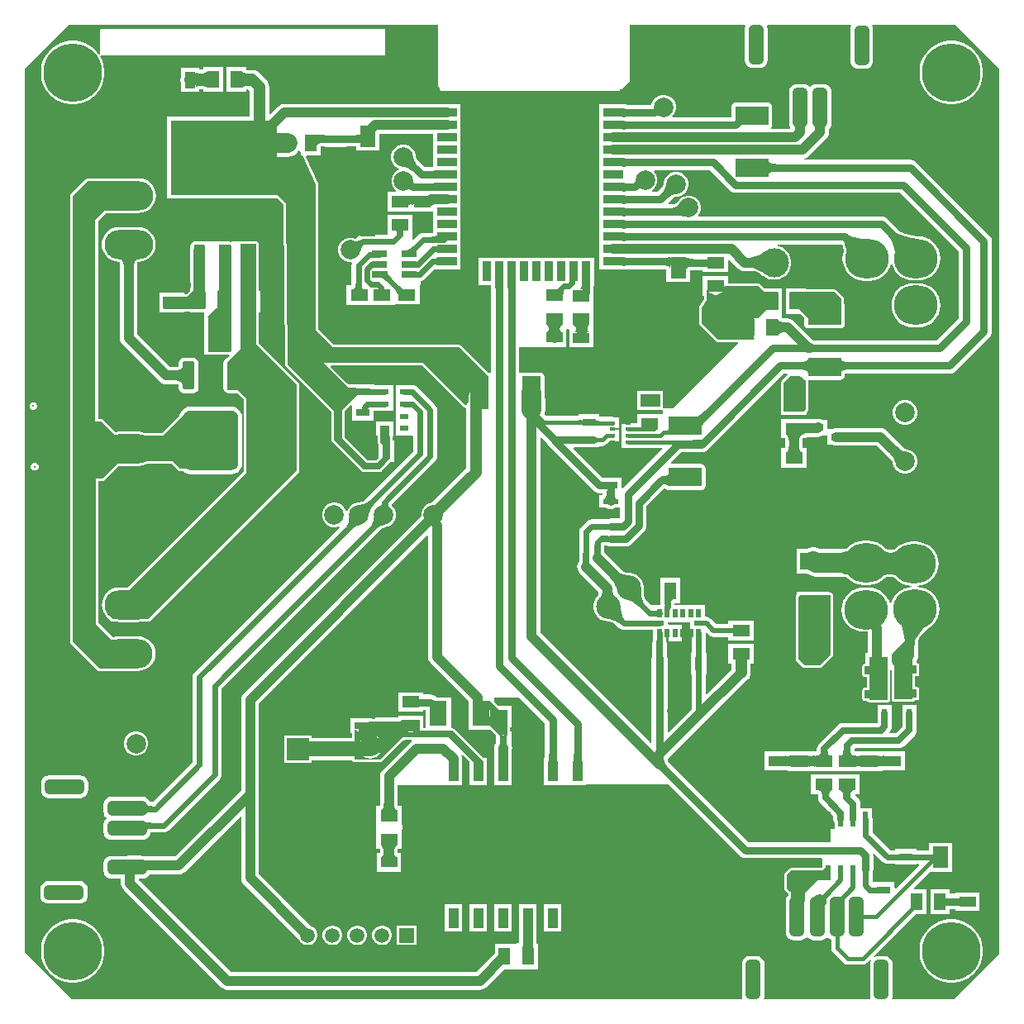
<source format=gtl>
G04*
G04 #@! TF.GenerationSoftware,Altium Limited,Altium Designer,22.9.1 (49)*
G04*
G04 Layer_Physical_Order=1*
G04 Layer_Color=255*
%FSLAX25Y25*%
%MOIN*%
G70*
G04*
G04 #@! TF.SameCoordinates,F91FD0B8-2741-413C-87D7-DF85A8DA950D*
G04*
G04*
G04 #@! TF.FilePolarity,Positive*
G04*
G01*
G75*
%ADD12C,0.01181*%
G04:AMPARAMS|DCode=15|XSize=59.06mil|YSize=157.48mil|CornerRadius=14.76mil|HoleSize=0mil|Usage=FLASHONLY|Rotation=180.000|XOffset=0mil|YOffset=0mil|HoleType=Round|Shape=RoundedRectangle|*
%AMROUNDEDRECTD15*
21,1,0.05906,0.12795,0,0,180.0*
21,1,0.02953,0.15748,0,0,180.0*
1,1,0.02953,-0.01476,0.06398*
1,1,0.02953,0.01476,0.06398*
1,1,0.02953,0.01476,-0.06398*
1,1,0.02953,-0.01476,-0.06398*
%
%ADD15ROUNDEDRECTD15*%
%ADD16R,0.04724X0.07087*%
%ADD17R,0.07087X0.04724*%
%ADD18R,0.06299X0.08583*%
%ADD19R,0.06693X0.04331*%
%ADD20R,0.03150X0.05512*%
%ADD21R,0.03740X0.02362*%
%ADD22R,0.02362X0.03740*%
%ADD23R,0.04331X0.03150*%
%ADD24R,0.09843X0.07087*%
%ADD25R,0.05512X0.03150*%
%ADD26R,0.01968X0.05906*%
%ADD27R,0.01968X0.01378*%
%ADD28R,0.05906X0.01968*%
%ADD29R,0.07087X0.09843*%
%ADD30R,0.06299X0.02756*%
%ADD31R,0.07874X0.03543*%
%ADD32R,0.05236X0.05236*%
%ADD33R,0.03543X0.07874*%
G04:AMPARAMS|DCode=34|XSize=111.42mil|YSize=48.03mil|CornerRadius=6mil|HoleSize=0mil|Usage=FLASHONLY|Rotation=270.000|XOffset=0mil|YOffset=0mil|HoleType=Round|Shape=RoundedRectangle|*
%AMROUNDEDRECTD34*
21,1,0.11142,0.03602,0,0,270.0*
21,1,0.09941,0.04803,0,0,270.0*
1,1,0.01201,-0.01801,-0.04970*
1,1,0.01201,-0.01801,0.04970*
1,1,0.01201,0.01801,0.04970*
1,1,0.01201,0.01801,-0.04970*
%
%ADD34ROUNDEDRECTD34*%
%ADD35R,0.08150X0.13819*%
G04:AMPARAMS|DCode=36|XSize=149.21mil|YSize=38.98mil|CornerRadius=4.87mil|HoleSize=0mil|Usage=FLASHONLY|Rotation=90.000|XOffset=0mil|YOffset=0mil|HoleType=Round|Shape=RoundedRectangle|*
%AMROUNDEDRECTD36*
21,1,0.14921,0.02923,0,0,90.0*
21,1,0.13947,0.03898,0,0,90.0*
1,1,0.00974,0.01462,0.06973*
1,1,0.00974,0.01462,-0.06973*
1,1,0.00974,-0.01462,-0.06973*
1,1,0.00974,-0.01462,0.06973*
%
%ADD36ROUNDEDRECTD36*%
%ADD37R,0.04331X0.06693*%
%ADD38R,0.17717X0.07874*%
%ADD39R,0.07874X0.07874*%
G04:AMPARAMS|DCode=40|XSize=59.06mil|YSize=157.48mil|CornerRadius=14.76mil|HoleSize=0mil|Usage=FLASHONLY|Rotation=90.000|XOffset=0mil|YOffset=0mil|HoleType=Round|Shape=RoundedRectangle|*
%AMROUNDEDRECTD40*
21,1,0.05906,0.12795,0,0,90.0*
21,1,0.02953,0.15748,0,0,90.0*
1,1,0.02953,0.06398,0.01476*
1,1,0.02953,0.06398,-0.01476*
1,1,0.02953,-0.06398,-0.01476*
1,1,0.02953,-0.06398,0.01476*
%
%ADD40ROUNDEDRECTD40*%
G04:AMPARAMS|DCode=41|XSize=74.8mil|YSize=132.68mil|CornerRadius=2.62mil|HoleSize=0mil|Usage=FLASHONLY|Rotation=90.000|XOffset=0mil|YOffset=0mil|HoleType=Round|Shape=RoundedRectangle|*
%AMROUNDEDRECTD41*
21,1,0.07480,0.12744,0,0,90.0*
21,1,0.06957,0.13268,0,0,90.0*
1,1,0.00524,0.06372,0.03478*
1,1,0.00524,0.06372,-0.03478*
1,1,0.00524,-0.06372,-0.03478*
1,1,0.00524,-0.06372,0.03478*
%
%ADD41ROUNDEDRECTD41*%
G04:AMPARAMS|DCode=42|XSize=74.8mil|YSize=132.68mil|CornerRadius=2.62mil|HoleSize=0mil|Usage=FLASHONLY|Rotation=0.000|XOffset=0mil|YOffset=0mil|HoleType=Round|Shape=RoundedRectangle|*
%AMROUNDEDRECTD42*
21,1,0.07480,0.12744,0,0,0.0*
21,1,0.06957,0.13268,0,0,0.0*
1,1,0.00524,0.03478,-0.06372*
1,1,0.00524,-0.03478,-0.06372*
1,1,0.00524,-0.03478,0.06372*
1,1,0.00524,0.03478,0.06372*
%
%ADD42ROUNDEDRECTD42*%
%ADD43R,0.08858X0.07874*%
%ADD44R,0.03937X0.07874*%
%ADD45R,0.02441X0.03701*%
G04:AMPARAMS|DCode=90|XSize=240.16mil|YSize=221.65mil|CornerRadius=27.71mil|HoleSize=0mil|Usage=FLASHONLY|Rotation=270.000|XOffset=0mil|YOffset=0mil|HoleType=Round|Shape=RoundedRectangle|*
%AMROUNDEDRECTD90*
21,1,0.24016,0.16624,0,0,270.0*
21,1,0.18474,0.22165,0,0,270.0*
1,1,0.05541,-0.08312,-0.09237*
1,1,0.05541,-0.08312,0.09237*
1,1,0.05541,0.08312,0.09237*
1,1,0.05541,0.08312,-0.09237*
%
%ADD90ROUNDEDRECTD90*%
%ADD91R,0.42677X0.30000*%
%ADD92C,0.03150*%
%ADD93C,0.01772*%
%ADD94C,0.02362*%
%ADD95C,0.01575*%
%ADD96C,0.03937*%
%ADD97C,0.04724*%
%ADD98C,0.05906*%
%ADD99C,0.01968*%
%ADD100C,0.07874*%
%ADD101C,0.02756*%
%ADD102C,0.07874*%
%ADD103R,0.05906X0.05906*%
%ADD104C,0.05906*%
%ADD105C,0.01575*%
%ADD106O,0.19685X0.11811*%
%ADD107O,0.17717X0.15748*%
%ADD108C,0.01181*%
%ADD109C,0.05512*%
%ADD110C,0.23622*%
%ADD111C,0.03937*%
%ADD112C,0.11811*%
%ADD113C,0.09843*%
G36*
X393500Y375661D02*
Y18547D01*
X375193Y240D01*
X350399D01*
X350122Y656D01*
X350225Y904D01*
X350329Y1701D01*
Y14496D01*
X350225Y15293D01*
X349917Y16035D01*
X349428Y16672D01*
X348791Y17161D01*
X348048Y17469D01*
X347252Y17574D01*
X344299D01*
X343503Y17469D01*
X342993Y17257D01*
X342709Y17681D01*
X359528Y34500D01*
X363996D01*
Y44736D01*
X359091D01*
X358900Y45198D01*
X365383Y51681D01*
X374370D01*
Y63413D01*
X364921D01*
Y60327D01*
X360051D01*
Y60866D01*
X351390D01*
Y60327D01*
X349427D01*
X342252Y67502D01*
Y72760D01*
X342157Y73479D01*
X342032Y73783D01*
Y77287D01*
X337451D01*
Y79016D01*
X337349Y79787D01*
X337052Y80505D01*
X336578Y81122D01*
X335268Y82432D01*
X335460Y82894D01*
X337051D01*
Y90768D01*
X317425D01*
Y82894D01*
X320330D01*
Y81448D01*
X320431Y80677D01*
X320729Y79958D01*
X321202Y79342D01*
X326494Y74050D01*
Y72760D01*
X326494Y72760D01*
X326596Y71989D01*
X326893Y71271D01*
X326913Y71244D01*
Y68850D01*
X326809Y68807D01*
X325457D01*
X325433Y68783D01*
Y63441D01*
X292426D01*
X259729Y96138D01*
X259535Y96605D01*
Y97308D01*
X274614Y112386D01*
X290554Y128327D01*
X291186Y128589D01*
X292009Y129220D01*
X292640Y130042D01*
X293037Y131000D01*
X293172Y132028D01*
Y135551D01*
X294319D01*
Y143425D01*
X289459D01*
X289201Y143459D01*
X288943Y143425D01*
X284083D01*
Y135551D01*
X285230D01*
Y133111D01*
X275328Y123209D01*
X274866Y123401D01*
Y131181D01*
X275287D01*
Y139842D01*
X274866D01*
Y147902D01*
X275016Y148017D01*
X275350Y148126D01*
X276364Y147112D01*
X276898Y146702D01*
X277521Y146444D01*
X278189Y146356D01*
X284083D01*
Y145000D01*
X294319D01*
Y152874D01*
X284083D01*
Y151518D01*
X279258D01*
X277136Y153640D01*
X276602Y154050D01*
X275979Y154308D01*
X275532Y154367D01*
Y154661D01*
X274843D01*
Y159287D01*
X262370D01*
Y159957D01*
X264709D01*
Y170193D01*
X256835D01*
Y164074D01*
X256811Y163894D01*
Y159287D01*
X253583D01*
Y159287D01*
X253152Y159109D01*
X250290Y161972D01*
X250228Y162243D01*
X250133Y162831D01*
X249978Y165201D01*
X249980Y166134D01*
X249961Y166230D01*
Y166792D01*
X249733Y167936D01*
X249287Y169013D01*
X248639Y169983D01*
X247814Y170808D01*
X246844Y171456D01*
X245766Y171902D01*
X244623Y172130D01*
X244509D01*
X244506Y172131D01*
X243835Y172198D01*
X243227Y172292D01*
X242655Y172416D01*
X242119Y172567D01*
X241803Y172680D01*
X234024Y180460D01*
Y183209D01*
X235039D01*
X235737Y182920D01*
X236559Y182811D01*
X242667D01*
X243489Y182920D01*
X244255Y183237D01*
X244913Y183742D01*
X250140Y188969D01*
X250645Y189626D01*
X250962Y190393D01*
X251070Y191215D01*
Y199078D01*
X258190Y206197D01*
X258830Y206138D01*
X258938Y205977D01*
X259545Y205571D01*
X260262Y205429D01*
X273006D01*
X273723Y205571D01*
X274330Y205977D01*
X274736Y206585D01*
X274879Y207301D01*
Y214258D01*
X274736Y214974D01*
X274330Y215582D01*
X273723Y215988D01*
X273006Y216130D01*
X261084D01*
X260892Y216592D01*
X265158Y220859D01*
X273386D01*
X274208Y220967D01*
X274974Y221284D01*
X275632Y221789D01*
X276605Y222762D01*
X306446Y252603D01*
X307777D01*
X307984Y252103D01*
X305570Y249690D01*
X305349Y249359D01*
X305272Y248969D01*
Y237244D01*
X305349Y236854D01*
X305504Y236623D01*
Y235878D01*
X315740D01*
Y237066D01*
X315957Y237283D01*
X316178Y237614D01*
X316256Y238004D01*
Y249776D01*
X316494Y249972D01*
X329238D01*
X329955Y250114D01*
X330562Y250520D01*
X330968Y251128D01*
X331111Y251845D01*
Y252603D01*
X373358D01*
X374181Y252711D01*
X374947Y253028D01*
X375605Y253533D01*
X389423Y267352D01*
X389928Y268010D01*
X390246Y268776D01*
X390354Y269598D01*
Y306042D01*
X390246Y306864D01*
X389928Y307630D01*
X389423Y308288D01*
X359796Y337916D01*
X359138Y338421D01*
X358372Y338738D01*
X357549Y338846D01*
X314873D01*
X314819Y339343D01*
X315681Y339700D01*
X316421Y340268D01*
X323629Y347477D01*
X324197Y348217D01*
X324554Y349079D01*
X324676Y350004D01*
Y351212D01*
X324755Y351273D01*
X325244Y351910D01*
X325551Y352652D01*
X325656Y353449D01*
Y366244D01*
X325551Y367041D01*
X325244Y367783D01*
X324755Y368420D01*
X324117Y368909D01*
X323375Y369217D01*
X322579Y369322D01*
X319626D01*
X318829Y369217D01*
X318087Y368909D01*
X317464Y368431D01*
X317337Y368350D01*
X316954D01*
X316828Y368431D01*
X316204Y368909D01*
X315462Y369217D01*
X314665Y369322D01*
X311713D01*
X310916Y369217D01*
X310174Y368909D01*
X309537Y368420D01*
X309047Y367783D01*
X308740Y367041D01*
X308635Y366244D01*
Y353449D01*
X308740Y352652D01*
X309047Y351910D01*
X309118Y351818D01*
X308897Y351369D01*
X301528D01*
X301395Y351618D01*
X301329Y351869D01*
X301697Y352419D01*
X301839Y353136D01*
Y360092D01*
X301697Y360809D01*
X301291Y361417D01*
X300683Y361823D01*
X299967Y361965D01*
X287222D01*
X286506Y361823D01*
X285898Y361417D01*
X285492Y360809D01*
X285350Y360092D01*
Y355972D01*
X261531D01*
X261324Y356472D01*
X261884Y357032D01*
X262534Y358157D01*
X262870Y359413D01*
Y360713D01*
X262534Y361969D01*
X261884Y363094D01*
X260964Y364014D01*
X259839Y364664D01*
X258583Y365000D01*
X257283D01*
X256028Y364664D01*
X254902Y364014D01*
X253982Y363094D01*
X253332Y361969D01*
X253065Y360972D01*
X243077D01*
Y361142D01*
X232053D01*
Y354449D01*
Y349449D01*
Y344449D01*
Y339449D01*
Y334449D01*
Y329449D01*
Y324449D01*
Y319449D01*
Y314449D01*
Y309449D01*
Y304449D01*
Y299449D01*
Y294449D01*
X243077D01*
Y294619D01*
X259173D01*
Y289488D01*
X268622D01*
Y294240D01*
X273823D01*
Y293480D01*
X284059D01*
Y298335D01*
X284521Y298526D01*
X288189Y294858D01*
X288930Y294290D01*
X289792Y293933D01*
X290717Y293811D01*
X294963D01*
X295052Y293778D01*
X295673Y293498D01*
X296302Y293169D01*
X297654Y292319D01*
X298109Y291987D01*
X298126Y291971D01*
X298200Y291921D01*
X298351Y291811D01*
X298396Y291790D01*
X299257Y291215D01*
X300513Y290694D01*
X301847Y290429D01*
X303208D01*
X304542Y290694D01*
X305799Y291215D01*
X306930Y291971D01*
X307891Y292933D01*
X308647Y294064D01*
X309168Y295320D01*
X309433Y296655D01*
Y298015D01*
X309168Y299349D01*
X308647Y300606D01*
X307891Y301737D01*
X306930Y302698D01*
X305799Y303454D01*
X304542Y303975D01*
X303819Y304118D01*
X303869Y304619D01*
X329822D01*
X330208Y304232D01*
X330221Y304198D01*
X330436Y303464D01*
X330630Y302637D01*
X330747Y301855D01*
X330361Y300582D01*
X330189Y298843D01*
X330361Y297103D01*
X330868Y295430D01*
X331692Y293888D01*
X332801Y292537D01*
X334152Y291428D01*
X335694Y290604D01*
X337367Y290097D01*
X339106Y289926D01*
X341075D01*
X342814Y290097D01*
X344487Y290604D01*
X346029Y291428D01*
X347380Y292537D01*
X348489Y293888D01*
X349313Y295430D01*
X349702Y296711D01*
X350224D01*
X350553Y295627D01*
X351377Y294085D01*
X352486Y292734D01*
X353837Y291625D01*
X355379Y290801D01*
X357052Y290294D01*
X358791Y290122D01*
X360760D01*
X362499Y290294D01*
X364172Y290801D01*
X365714Y291625D01*
X367065Y292734D01*
X368174Y294085D01*
X368998Y295627D01*
X369506Y297300D01*
X369677Y299039D01*
X369506Y300779D01*
X368998Y302452D01*
X368174Y303993D01*
X367065Y305345D01*
X365714Y306453D01*
X364172Y307278D01*
X362499Y307785D01*
X360760Y307956D01*
X360354D01*
X358192Y308315D01*
X355827Y308862D01*
X354838Y309158D01*
X353961Y309471D01*
X353743Y309565D01*
X348266Y315042D01*
X347608Y315546D01*
X346842Y315864D01*
X346020Y315972D01*
X272281D01*
X272182Y316209D01*
X272114Y316472D01*
X272746Y317567D01*
X273083Y318823D01*
Y320122D01*
X272746Y321378D01*
X272096Y322504D01*
X271177Y323423D01*
X270051Y324073D01*
X268796Y324410D01*
X267496D01*
X266240Y324073D01*
X265114Y323423D01*
X264195Y322504D01*
X264146Y322418D01*
X263911Y322142D01*
X263535Y321744D01*
X263171Y321401D01*
X262820Y321111D01*
X262622Y320972D01*
X260122D01*
X259931Y321434D01*
X262256Y323759D01*
X262422Y323819D01*
X262832Y323937D01*
X263262Y324035D01*
X263545Y324083D01*
X263674D01*
X264929Y324419D01*
X266055Y325069D01*
X266974Y325988D01*
X267624Y327114D01*
X267961Y328370D01*
Y329670D01*
X267624Y330925D01*
X266974Y332051D01*
X266055Y332970D01*
X264929Y333620D01*
X263674Y333957D01*
X262374D01*
X261118Y333620D01*
X259992Y332970D01*
X259073Y332051D01*
X258423Y330925D01*
X258087Y329670D01*
Y329541D01*
X258039Y329258D01*
X257941Y328828D01*
X257823Y328418D01*
X257763Y328252D01*
X255483Y325972D01*
X253421D01*
X253287Y326472D01*
X253598Y326652D01*
X254518Y327571D01*
X255168Y328697D01*
X255504Y329952D01*
Y331252D01*
X255168Y332508D01*
X254518Y333634D01*
X254033Y334119D01*
X254240Y334618D01*
X276591D01*
X284806Y326403D01*
X285465Y325898D01*
X286231Y325581D01*
X287053Y325473D01*
X353326D01*
X376981Y301818D01*
Y275021D01*
X367952Y265992D01*
X318452D01*
X318231Y266083D01*
X310504Y273811D01*
X309763Y274378D01*
X308901Y274736D01*
X307976Y274857D01*
X305685D01*
Y276401D01*
X305685D01*
X305748Y276669D01*
X305748Y276669D01*
X305748Y276875D01*
Y286906D01*
X298643D01*
X296906Y288642D01*
X296575Y288863D01*
X296185Y288941D01*
X284059D01*
Y291905D01*
X273823D01*
Y284032D01*
X274291D01*
Y282599D01*
X272440Y279560D01*
X272413Y279486D01*
X272369Y279420D01*
X272345Y279300D01*
X272304Y279186D01*
X272307Y279107D01*
X272291Y279030D01*
Y274648D01*
Y273083D01*
X272369Y272692D01*
X272590Y272362D01*
X279342Y265610D01*
X279673Y265389D01*
X280063Y265311D01*
X287996D01*
X288188Y264849D01*
X261896Y238557D01*
X257969D01*
X257642Y238692D01*
Y245736D01*
X247406D01*
Y237862D01*
X257322D01*
X257566Y237862D01*
X257642Y237786D01*
Y236287D01*
X247406D01*
Y232590D01*
X243661D01*
X242740Y232406D01*
X242715Y232390D01*
X241047D01*
Y227862D01*
Y225303D01*
Y222744D01*
X242879D01*
X243606Y222599D01*
X257261D01*
X257452Y222137D01*
X241685Y206371D01*
X241185Y206578D01*
Y210709D01*
X237061D01*
X236854Y210736D01*
X233328D01*
X221804Y222260D01*
X221811Y222379D01*
X222003Y222768D01*
X229827D01*
X230649Y222876D01*
X230748Y222917D01*
X232142D01*
Y223387D01*
X233232D01*
X234154Y223570D01*
X234935Y224092D01*
X236001Y225158D01*
X237307D01*
X238035Y225303D01*
X239866D01*
Y229831D01*
X238395D01*
X238210Y230331D01*
X238315Y230421D01*
X239866D01*
Y234949D01*
X238035D01*
X237307Y235093D01*
X232189D01*
Y236185D01*
X223528D01*
Y235444D01*
X210732D01*
X209927Y236249D01*
X210081Y236620D01*
X210270Y238059D01*
Y242098D01*
X210270Y242098D01*
X210126Y243192D01*
Y244795D01*
X209937Y246234D01*
X209918Y246280D01*
Y251167D01*
X209775Y251884D01*
X209369Y252491D01*
X208762Y252897D01*
X208045Y253040D01*
X201089D01*
X200372Y252897D01*
X200218Y252795D01*
X199777Y253030D01*
Y263387D01*
X199803Y263398D01*
X213442D01*
X213913Y263336D01*
X214385Y263398D01*
X218839D01*
Y270410D01*
X218865Y270445D01*
X219339Y270746D01*
X219567Y270697D01*
X219858Y270318D01*
Y263307D01*
X229701D01*
Y270697D01*
X229803D01*
Y278571D01*
Y280146D01*
Y288020D01*
X229803Y288020D01*
X229947Y288347D01*
X229947Y288347D01*
X229947Y288460D01*
Y299370D01*
X183254D01*
Y288347D01*
X188424D01*
Y253022D01*
X187983Y252787D01*
X187817Y252897D01*
X187305Y252999D01*
X176481Y263823D01*
X176150Y264044D01*
X175760Y264122D01*
X125005Y264122D01*
X118716Y270410D01*
Y328855D01*
X118712Y328876D01*
X118716Y328897D01*
X118674Y329070D01*
X118639Y329246D01*
X118627Y329263D01*
X118622Y329283D01*
X113653Y340024D01*
X113923Y340445D01*
X119673D01*
Y344170D01*
X121213D01*
Y343937D01*
X129874D01*
Y344170D01*
X134039D01*
X134059Y344152D01*
Y342504D01*
X143508D01*
Y349221D01*
X165124D01*
Y344449D01*
Y339449D01*
Y335972D01*
X161623D01*
X158351Y339244D01*
X158292Y339410D01*
X158173Y339820D01*
X158075Y340250D01*
X158028Y340534D01*
Y340662D01*
X157691Y341917D01*
X157041Y343043D01*
X156122Y343962D01*
X154996Y344612D01*
X153741Y344949D01*
X152441D01*
X151185Y344612D01*
X150059Y343962D01*
X149140Y343043D01*
X148490Y341917D01*
X148153Y340662D01*
Y339362D01*
X148490Y338106D01*
X149140Y336980D01*
X150059Y336061D01*
X151185Y335411D01*
X151375Y335360D01*
Y334860D01*
X151244Y334825D01*
X150118Y334175D01*
X149199Y333256D01*
X148549Y332130D01*
X148213Y330874D01*
Y329574D01*
X148549Y328319D01*
X149199Y327193D01*
X150006Y326386D01*
X149848Y325886D01*
X146547D01*
Y318012D01*
X156783D01*
Y318051D01*
X165124D01*
Y314449D01*
Y309394D01*
X161040D01*
X160320Y309299D01*
X159650Y309021D01*
X159074Y308580D01*
X157145Y306651D01*
X156783Y306996D01*
Y308563D01*
Y316437D01*
X146547D01*
Y308669D01*
X136625D01*
X135906Y308575D01*
X135236Y308297D01*
X134660Y307855D01*
X133833Y307029D01*
X133730Y307039D01*
X133483Y307086D01*
X133175Y307173D01*
X133174Y307173D01*
X133172Y307174D01*
X133095Y307179D01*
X132339Y307382D01*
X131039D01*
X129783Y307045D01*
X128658Y306396D01*
X127738Y305476D01*
X127088Y304350D01*
X126752Y303095D01*
Y301795D01*
X127088Y300539D01*
X127738Y299413D01*
X128658Y298494D01*
X129783Y297844D01*
X131039Y297508D01*
X131983D01*
X132317Y297008D01*
X132244Y296833D01*
X132150Y296113D01*
Y288150D01*
X130126D01*
Y280276D01*
X140362D01*
Y280366D01*
X149622D01*
Y280453D01*
X159587D01*
Y288327D01*
X159945Y288685D01*
Y289799D01*
X160271Y289842D01*
X160941Y290120D01*
X161517Y290562D01*
X165404Y294449D01*
X176148D01*
Y299449D01*
Y304449D01*
Y309449D01*
Y314449D01*
Y319449D01*
Y324449D01*
Y329449D01*
Y334449D01*
Y339449D01*
Y344449D01*
Y349449D01*
Y354449D01*
Y361142D01*
X171816D01*
X171561Y361247D01*
X170636Y361369D01*
X105098D01*
X104174Y361247D01*
X103312Y360890D01*
X102571Y360322D01*
X99366Y357117D01*
X98904Y357308D01*
Y368327D01*
X98769Y369355D01*
X98372Y370312D01*
X97741Y371135D01*
X94973Y373902D01*
X94151Y374533D01*
X93193Y374930D01*
X92166Y375065D01*
X89665D01*
Y376366D01*
X81791D01*
Y371506D01*
X81757Y371248D01*
Y371094D01*
X81791Y370836D01*
Y366130D01*
X89665D01*
Y367124D01*
X90521D01*
X90962Y366682D01*
Y356272D01*
X57748D01*
Y323122D01*
X102176D01*
X104275Y321229D01*
X104760Y320743D01*
X105343Y256144D01*
X105382Y255954D01*
X105420Y255763D01*
X105423Y255760D01*
X105424Y255755D01*
X105533Y255594D01*
X105641Y255433D01*
X123957Y237117D01*
Y225972D01*
X124034Y225582D01*
X124255Y225252D01*
X136248Y213259D01*
X136578Y213038D01*
X136969Y212961D01*
X143710D01*
X143742Y212967D01*
X143775Y212963D01*
X143936Y213006D01*
X144100Y213038D01*
X144127Y213057D01*
X144159Y213065D01*
X144292Y213167D01*
X144431Y213259D01*
X144449Y213287D01*
X144475Y213307D01*
X147655Y216921D01*
X149268D01*
Y225583D01*
X148732D01*
Y227012D01*
X148702Y227165D01*
X148906Y227665D01*
X148906D01*
Y233177D01*
X142016D01*
Y227665D01*
X142642D01*
Y224917D01*
X142719Y224527D01*
X142940Y224196D01*
X142968Y224168D01*
Y218470D01*
X142030Y217531D01*
X138702D01*
X129524Y226710D01*
Y237503D01*
X131949Y239928D01*
X132449Y239721D01*
Y233709D01*
X141110D01*
Y237484D01*
X145461D01*
X145641Y237508D01*
X148906D01*
Y242429D01*
Y247941D01*
X145641D01*
X145461Y247965D01*
X141347D01*
Y248406D01*
X132685D01*
X132673Y248394D01*
X130808D01*
X130631Y248570D01*
X130631Y248570D01*
X130631Y248570D01*
X130461Y248741D01*
X123837Y255365D01*
X124028Y255827D01*
X160708D01*
X177397Y239137D01*
X177481Y239082D01*
X177552Y239011D01*
X177644Y238972D01*
X177728Y238916D01*
X177826Y238897D01*
X177919Y238858D01*
X178020D01*
X178118Y238839D01*
X178273Y238360D01*
Y214350D01*
X164484Y200560D01*
X163268Y200234D01*
X162142Y199584D01*
X161223Y198665D01*
X160573Y197539D01*
X160236Y196284D01*
Y194984D01*
X160246Y194946D01*
X88745Y123445D01*
X88177Y122705D01*
X87820Y121843D01*
X87698Y120918D01*
Y84566D01*
X60906Y57774D01*
X49150D01*
X48775Y57929D01*
X47979Y58034D01*
X47619D01*
X47427Y58113D01*
X46502Y58235D01*
X42762D01*
X41837Y58113D01*
X41646Y58034D01*
X35183D01*
X34387Y57929D01*
X33645Y57622D01*
X33007Y57133D01*
X32518Y56495D01*
X32211Y55753D01*
X32106Y54957D01*
Y52004D01*
X32211Y51207D01*
X32518Y50465D01*
X33007Y49828D01*
X33645Y49339D01*
X34387Y49031D01*
X35183Y48926D01*
X39171D01*
Y46928D01*
X39293Y46003D01*
X39650Y45141D01*
X40218Y44401D01*
X79587Y5032D01*
X80327Y4464D01*
X81189Y4107D01*
X82114Y3985D01*
X183894D01*
X184819Y4107D01*
X185681Y4464D01*
X186421Y5032D01*
X193771Y12382D01*
X207220D01*
Y22618D01*
X206857D01*
Y30968D01*
X206842Y31088D01*
Y32953D01*
X206811Y33185D01*
Y38465D01*
X199724D01*
Y33185D01*
X199694Y32953D01*
Y30984D01*
X199710Y30865D01*
Y23271D01*
X199248Y23080D01*
X198961Y23367D01*
Y23071D01*
X198461Y22618D01*
X189898D01*
Y18617D01*
X182413Y11133D01*
X83595D01*
X46319Y48409D01*
Y48926D01*
X47979D01*
X48775Y49031D01*
X49517Y49339D01*
X50155Y49828D01*
X50644Y50465D01*
X50710Y50626D01*
X62386D01*
X63311Y50748D01*
X64173Y51105D01*
X64913Y51673D01*
X87236Y73996D01*
X87698Y73804D01*
Y49196D01*
X87820Y48271D01*
X88177Y47409D01*
X88745Y46669D01*
X110673Y24741D01*
X110730Y24529D01*
X111250Y23628D01*
X111986Y22892D01*
X112888Y22372D01*
X113893Y22102D01*
X114934D01*
X115939Y22372D01*
X116840Y22892D01*
X117576Y23628D01*
X118097Y24529D01*
X118366Y25535D01*
Y26575D01*
X118097Y27581D01*
X117576Y28482D01*
X116840Y29218D01*
X115939Y29739D01*
X115727Y29795D01*
X94846Y50677D01*
Y83086D01*
Y119438D01*
X162606Y187197D01*
X163068Y187006D01*
Y138319D01*
X163190Y137394D01*
X163547Y136532D01*
X164115Y135792D01*
X179328Y120579D01*
Y117134D01*
X179358Y116902D01*
Y109063D01*
X187944D01*
X190228Y106779D01*
Y103293D01*
X190173Y103220D01*
X189816Y102358D01*
X189694Y101433D01*
Y92205D01*
X189724Y91973D01*
Y86693D01*
X196811D01*
Y91973D01*
X196842Y92205D01*
Y100706D01*
X196952Y101543D01*
X196830Y102468D01*
X196528Y103199D01*
Y108327D01*
X196087D01*
Y109807D01*
X196622D01*
Y118468D01*
X191521D01*
X189594Y120395D01*
Y122055D01*
X199539D01*
X210091Y111503D01*
Y97716D01*
X209724D01*
Y86693D01*
X226811D01*
Y86819D01*
X259925D01*
X260319Y86562D01*
X288864Y58017D01*
X289522Y57513D01*
X290288Y57195D01*
X291110Y57087D01*
X321832D01*
X321913Y56890D01*
Y53698D01*
X321585Y53370D01*
X309650D01*
X309259Y53292D01*
X308929Y53071D01*
X307070Y51213D01*
X306849Y50882D01*
X306772Y50492D01*
Y44993D01*
X306740Y44835D01*
X306818Y44445D01*
X307039Y44114D01*
X308366Y42786D01*
Y42234D01*
X308147Y42066D01*
X307658Y41429D01*
X307350Y40686D01*
X307245Y39890D01*
Y27095D01*
X307350Y26298D01*
X307658Y25556D01*
X308147Y24918D01*
X308784Y24429D01*
X309526Y24122D01*
X310323Y24017D01*
X313276D01*
X314072Y24122D01*
X314814Y24429D01*
X315452Y24918D01*
X315663Y25194D01*
X316163D01*
X316375Y24918D01*
X317012Y24429D01*
X317755Y24122D01*
X318551Y24017D01*
X321504D01*
X322301Y24122D01*
X323043Y24429D01*
X323680Y24918D01*
X323734Y24989D01*
X324234D01*
X324289Y24918D01*
X324926Y24429D01*
X325533Y24178D01*
Y20890D01*
X325716Y19968D01*
X326238Y19187D01*
X330553Y14872D01*
X331334Y14350D01*
X332256Y14166D01*
X338197D01*
X339119Y14350D01*
X339900Y14872D01*
X341114Y16086D01*
X341538Y15803D01*
X341327Y15293D01*
X341222Y14496D01*
Y1701D01*
X341327Y904D01*
X341429Y656D01*
X341152Y240D01*
X298726D01*
X298448Y656D01*
X298551Y904D01*
X298656Y1701D01*
Y14496D01*
X298551Y15293D01*
X298244Y16035D01*
X297755Y16672D01*
X297117Y17161D01*
X296375Y17469D01*
X295579Y17574D01*
X292626D01*
X291829Y17469D01*
X291087Y17161D01*
X290450Y16672D01*
X289961Y16035D01*
X289653Y15293D01*
X289548Y14496D01*
Y1701D01*
X289653Y904D01*
X289756Y656D01*
X289478Y240D01*
X18996D01*
Y457D01*
X193Y19260D01*
X291Y19358D01*
Y360774D01*
X347Y360799D01*
X303Y360842D01*
X303Y361329D01*
Y375256D01*
X17945Y393347D01*
X166909D01*
Y368571D01*
X167648Y367833D01*
Y367480D01*
X167725Y367090D01*
X167946Y366759D01*
X168277Y366538D01*
X168667Y366461D01*
X239533D01*
X239924Y366538D01*
X240254Y366759D01*
X240475Y367090D01*
X240532Y367374D01*
X241154D01*
X244508Y370728D01*
Y393347D01*
X290742D01*
X291076Y392846D01*
X290905Y392434D01*
X290800Y391638D01*
Y378842D01*
X290905Y378046D01*
X291213Y377304D01*
X291702Y376666D01*
X292339Y376177D01*
X293081Y375870D01*
X293878Y375765D01*
X296831D01*
X297627Y375870D01*
X298370Y376177D01*
X299007Y376666D01*
X299496Y377304D01*
X299803Y378046D01*
X299908Y378842D01*
Y391638D01*
X299803Y392434D01*
X299633Y392846D01*
X299967Y393347D01*
X333485D01*
X333717Y392846D01*
X333464Y392237D01*
X333360Y391441D01*
Y378646D01*
X333464Y377849D01*
X333772Y377107D01*
X334261Y376469D01*
X334898Y375980D01*
X335641Y375673D01*
X336437Y375568D01*
X339390D01*
X340186Y375673D01*
X340929Y375980D01*
X341566Y376469D01*
X342055Y377107D01*
X342362Y377849D01*
X342467Y378646D01*
Y391441D01*
X342362Y392237D01*
X342110Y392846D01*
X342341Y393347D01*
X375815D01*
X393500Y375661D01*
D02*
G37*
G36*
X88119Y374528D02*
X88242Y374303D01*
X88446Y374105D01*
X88732Y373933D01*
X89100Y373787D01*
X89550Y373668D01*
X90081Y373576D01*
X90694Y373510D01*
X92166Y373457D01*
Y368732D01*
X91389Y368722D01*
X89550Y368570D01*
X89100Y368478D01*
X88732Y368367D01*
X88446Y368235D01*
X88242Y368082D01*
X88119Y367910D01*
X88079Y367717D01*
Y374779D01*
X88119Y374528D01*
D02*
G37*
G36*
X241522Y359520D02*
X241616Y359488D01*
X241773Y359461D01*
X241994Y359437D01*
X243033Y359387D01*
X244640Y359370D01*
Y356221D01*
X244041Y356219D01*
X241522Y356071D01*
X241490Y356036D01*
Y359555D01*
X241522Y359520D01*
D02*
G37*
G36*
Y354520D02*
X241616Y354488D01*
X241773Y354461D01*
X241994Y354437D01*
X243033Y354387D01*
X244640Y354370D01*
Y351220D01*
X244041Y351219D01*
X241522Y351071D01*
X241490Y351036D01*
Y354555D01*
X241522Y354520D01*
D02*
G37*
G36*
X135658Y345740D02*
X135642Y345747D01*
X135593Y345753D01*
X135512Y345758D01*
X134035Y345776D01*
Y348925D01*
X135658Y348961D01*
Y345740D01*
D02*
G37*
G36*
X118118Y349061D02*
X118212Y349032D01*
X118370Y349006D01*
X118590Y348984D01*
X119630Y348937D01*
X121236Y348921D01*
Y345772D01*
X120636Y345756D01*
X120099Y345709D01*
X119625Y345630D01*
X119214Y345520D01*
X118867Y345378D01*
X118582Y345205D01*
X118361Y345000D01*
X118202Y344764D01*
X118107Y344496D01*
X118074Y344197D01*
X118086Y349094D01*
X118118Y349061D01*
D02*
G37*
G36*
X241522Y339520D02*
X241616Y339488D01*
X241773Y339461D01*
X241994Y339437D01*
X243033Y339387D01*
X244640Y339370D01*
Y336221D01*
X244041Y336219D01*
X241522Y336071D01*
X241490Y336036D01*
Y339555D01*
X241522Y339520D01*
D02*
G37*
G36*
X157074Y340053D02*
X157185Y339565D01*
X157321Y339096D01*
X157483Y338646D01*
X157669Y338215D01*
X157881Y337804D01*
X158118Y337411D01*
X158381Y337037D01*
X158669Y336682D01*
X158983Y336347D01*
X156756Y334120D01*
X156420Y334433D01*
X156065Y334721D01*
X155692Y334984D01*
X155299Y335221D01*
X154887Y335433D01*
X154456Y335620D01*
X154006Y335781D01*
X153537Y335917D01*
X153050Y336028D01*
X152542Y336113D01*
X156989Y340560D01*
X157074Y340053D01*
D02*
G37*
G36*
X300241Y338520D02*
X300336Y338252D01*
X300494Y338016D01*
X300715Y337811D01*
X301000Y337638D01*
X301347Y337496D01*
X301758Y337386D01*
X302233Y337307D01*
X302770Y337260D01*
X303371Y337244D01*
Y334095D01*
X302770Y334079D01*
X302233Y334032D01*
X301758Y333953D01*
X301347Y333842D01*
X301000Y333701D01*
X300715Y333528D01*
X300494Y333323D01*
X300336Y333087D01*
X300241Y332819D01*
X300209Y332520D01*
Y338819D01*
X300241Y338520D01*
D02*
G37*
G36*
X166711Y331036D02*
X166679Y331071D01*
X166585Y331102D01*
X166427Y331130D01*
X166207Y331154D01*
X165167Y331204D01*
X163561Y331221D01*
Y334370D01*
X164160Y334372D01*
X166679Y334520D01*
X166711Y334555D01*
Y331036D01*
D02*
G37*
G36*
X241522Y329520D02*
X241616Y329488D01*
X241773Y329461D01*
X241994Y329437D01*
X243033Y329387D01*
X244640Y329370D01*
Y326220D01*
X244041Y326219D01*
X241522Y326071D01*
X241490Y326036D01*
Y329555D01*
X241522Y329520D01*
D02*
G37*
G36*
X166711Y326036D02*
X166679Y326071D01*
X166585Y326102D01*
X166427Y326130D01*
X166207Y326154D01*
X165167Y326204D01*
X163561Y326220D01*
Y329370D01*
X164160Y329372D01*
X166679Y329520D01*
X166711Y329555D01*
Y326036D01*
D02*
G37*
G36*
X157099Y324168D02*
X157761Y324161D01*
Y321012D01*
X157274Y321002D01*
X157099Y320985D01*
Y320022D01*
X157073Y320210D01*
X156996Y320379D01*
X156868Y320527D01*
X156688Y320656D01*
X156458Y320764D01*
X156175Y320853D01*
X156148Y320859D01*
X156120Y320853D01*
X155838Y320764D01*
X155607Y320656D01*
X155427Y320527D01*
X155299Y320379D01*
X155222Y320210D01*
X155197Y320022D01*
Y320990D01*
X155022Y321002D01*
X154534Y321012D01*
Y324161D01*
X155022Y324163D01*
X155197Y324173D01*
Y324299D01*
X155222Y324273D01*
X155299Y324250D01*
X155427Y324229D01*
X155607Y324211D01*
X155754Y324204D01*
X156996Y324275D01*
X157073Y324305D01*
X157099Y324338D01*
Y324168D01*
D02*
G37*
G36*
X263572Y325121D02*
X263065Y325036D01*
X262577Y324925D01*
X262108Y324789D01*
X261658Y324628D01*
X261227Y324441D01*
X260815Y324229D01*
X260422Y323992D01*
X260049Y323729D01*
X259694Y323441D01*
X259359Y323128D01*
X257132Y325355D01*
X257445Y325690D01*
X257733Y326045D01*
X257996Y326419D01*
X258233Y326811D01*
X258445Y327223D01*
X258632Y327654D01*
X258793Y328104D01*
X258929Y328573D01*
X259040Y329061D01*
X259125Y329568D01*
X263572Y325121D01*
D02*
G37*
G36*
X241522Y324520D02*
X241616Y324488D01*
X241773Y324461D01*
X241994Y324437D01*
X243033Y324387D01*
X244640Y324370D01*
Y321220D01*
X244041Y321219D01*
X241522Y321071D01*
X241490Y321036D01*
Y324555D01*
X241522Y324520D01*
D02*
G37*
G36*
Y319520D02*
X241616Y319488D01*
X241773Y319461D01*
X241994Y319437D01*
X243033Y319387D01*
X244640Y319370D01*
Y316220D01*
X244041Y316219D01*
X241522Y316071D01*
X241490Y316036D01*
Y319555D01*
X241522Y319520D01*
D02*
G37*
G36*
X266614Y315846D02*
X266402Y315917D01*
X266123Y315981D01*
X265775Y316037D01*
X264875Y316127D01*
X263015Y316206D01*
X261434Y316220D01*
X261060Y319370D01*
X261449Y319396D01*
X261840Y319473D01*
X262235Y319602D01*
X262633Y319783D01*
X263034Y320016D01*
X263438Y320300D01*
X263846Y320635D01*
X264257Y321023D01*
X264671Y321462D01*
X265088Y321952D01*
X266614Y315846D01*
D02*
G37*
G36*
X241522Y314520D02*
X241616Y314488D01*
X241773Y314461D01*
X241994Y314437D01*
X243033Y314387D01*
X244640Y314370D01*
Y311221D01*
X244041Y311219D01*
X241522Y311071D01*
X241490Y311036D01*
Y314555D01*
X241522Y314520D01*
D02*
G37*
G36*
X153268Y310145D02*
X153179Y310093D01*
X153101Y310008D01*
X153034Y309888D01*
X152976Y309734D01*
X152930Y309545D01*
X152893Y309322D01*
X152867Y309066D01*
X152847Y308449D01*
X150484D01*
X150479Y308774D01*
X150437Y309322D01*
X150401Y309545D01*
X150354Y309734D01*
X150297Y309888D01*
X150230Y310008D01*
X150152Y310093D01*
X150063Y310145D01*
X149964Y310162D01*
X153366D01*
X153268Y310145D01*
D02*
G37*
G36*
X241522Y309520D02*
X241616Y309488D01*
X241773Y309461D01*
X241994Y309437D01*
X243033Y309387D01*
X244640Y309370D01*
Y306221D01*
X244041Y306219D01*
X241522Y306071D01*
X241490Y306036D01*
Y309555D01*
X241522Y309520D01*
D02*
G37*
G36*
X137460Y305055D02*
X137179Y304757D01*
X136916Y304448D01*
X136673Y304126D01*
X136450Y303793D01*
X136247Y303449D01*
X136063Y303092D01*
X135898Y302724D01*
X135753Y302343D01*
X135628Y301951D01*
X135522Y301548D01*
X132899Y306191D01*
X133249Y306093D01*
X133585Y306028D01*
X133908Y305997D01*
X134217Y306000D01*
X134513Y306037D01*
X134795Y306107D01*
X135064Y306211D01*
X135320Y306349D01*
X135562Y306520D01*
X135790Y306725D01*
X137460Y305055D01*
D02*
G37*
G36*
X166711Y306036D02*
X164349Y305433D01*
Y307795D01*
X164799Y307807D01*
X165202Y307842D01*
X165557Y307902D01*
X165866Y307984D01*
X166127Y308091D01*
X166341Y308221D01*
X166507Y308374D01*
X166626Y308551D01*
X166698Y308752D01*
X166723Y308976D01*
X166711Y306036D01*
D02*
G37*
G36*
X158358Y302161D02*
X153246D01*
X153580Y302178D01*
X153914Y302228D01*
X154248Y302311D01*
X154582Y302428D01*
X154916Y302578D01*
X155250Y302762D01*
X155584Y302979D01*
X155918Y303230D01*
X156252Y303514D01*
X156586Y303831D01*
X159927D01*
X158358Y302161D01*
D02*
G37*
G36*
X332640Y308583D02*
X333130Y308280D01*
X333721Y308000D01*
X334414Y307744D01*
X335209Y307510D01*
X336104Y307300D01*
X338201Y306950D01*
X340703Y306693D01*
X332240Y298230D01*
X332123Y299532D01*
X331633Y302829D01*
X331423Y303725D01*
X331189Y304519D01*
X330933Y305212D01*
X330653Y305803D01*
X330350Y306293D01*
X330024Y306682D01*
X332251Y308909D01*
X332640Y308583D01*
D02*
G37*
G36*
X351463Y309646D02*
X352059Y309250D01*
X352767Y308875D01*
X353587Y308521D01*
X354520Y308188D01*
X355566Y307876D01*
X357994Y307315D01*
X360872Y306837D01*
X351978Y297943D01*
X351750Y299438D01*
X350939Y303249D01*
X350626Y304295D01*
X350293Y305228D01*
X349940Y306048D01*
X349565Y306756D01*
X349169Y307352D01*
X348752Y307835D01*
X350980Y310062D01*
X351463Y309646D01*
D02*
G37*
G36*
X241522Y299520D02*
X241616Y299488D01*
X241773Y299461D01*
X241994Y299437D01*
X243033Y299387D01*
X244640Y299370D01*
Y296220D01*
X244041Y296219D01*
X241522Y296071D01*
X241490Y296036D01*
Y299555D01*
X241522Y299520D01*
D02*
G37*
G36*
X166711Y296036D02*
X166692Y296146D01*
X166635Y296244D01*
X166541Y296331D01*
X166408Y296406D01*
X166238Y296469D01*
X166030Y296522D01*
X165784Y296562D01*
X165500Y296591D01*
X164819Y296614D01*
Y298976D01*
X165179Y298982D01*
X165784Y299028D01*
X166030Y299069D01*
X166238Y299121D01*
X166408Y299185D01*
X166541Y299260D01*
X166635Y299347D01*
X166692Y299445D01*
X166711Y299555D01*
Y296036D01*
D02*
G37*
G36*
X260772Y294646D02*
X260740Y294945D01*
X260644Y295213D01*
X260486Y295449D01*
X260264Y295654D01*
X259980Y295827D01*
X259632Y295969D01*
X259221Y296079D01*
X258747Y296158D01*
X258210Y296205D01*
X257610Y296220D01*
Y299370D01*
X258209Y299373D01*
X260634Y299539D01*
X260729Y299584D01*
X260760Y299634D01*
X260772Y294646D01*
D02*
G37*
G36*
X267067Y299512D02*
X267161Y299403D01*
X267319Y299307D01*
X267539Y299223D01*
X267823Y299152D01*
X268169Y299095D01*
X268579Y299050D01*
X269586Y298998D01*
X270185Y298992D01*
Y295843D01*
X269585Y295827D01*
X269048Y295779D01*
X268574Y295701D01*
X268163Y295590D01*
X267815Y295449D01*
X267531Y295276D01*
X267309Y295071D01*
X267151Y294835D01*
X267056Y294567D01*
X267023Y294268D01*
X267035Y299634D01*
X267067Y299512D01*
D02*
G37*
G36*
X298951Y292635D02*
X298226Y293163D01*
X296810Y294054D01*
X296119Y294415D01*
X295440Y294721D01*
X294773Y294971D01*
X294117Y295166D01*
X293472Y295305D01*
X292839Y295389D01*
X292218Y295416D01*
X292253Y299354D01*
X292880Y299381D01*
X293517Y299462D01*
X294164Y299598D01*
X294822Y299788D01*
X295491Y300032D01*
X296171Y300331D01*
X296861Y300684D01*
X297562Y301091D01*
X298996Y302068D01*
X298951Y292635D01*
D02*
G37*
G36*
X158358Y293718D02*
X158394Y293716D01*
X159551Y293708D01*
Y291346D01*
X158346Y291334D01*
Y293720D01*
X158358Y293718D01*
D02*
G37*
G36*
X146564Y293675D02*
X146614Y293444D01*
X146697Y293201D01*
X146814Y292947D01*
X146965Y292679D01*
X147148Y292400D01*
X147365Y292109D01*
X147900Y291489D01*
X148217Y291161D01*
X146547Y289491D01*
X146077Y289945D01*
X145227Y290662D01*
X144848Y290925D01*
X144499Y291125D01*
X144180Y291261D01*
X143891Y291334D01*
X143632Y291344D01*
X143404Y291290D01*
X143206Y291173D01*
X146547Y293893D01*
X146564Y293675D01*
D02*
G37*
G36*
X198325Y289902D02*
X198293Y289807D01*
X198266Y289650D01*
X198242Y289429D01*
X198192Y288390D01*
X198175Y286784D01*
X195026D01*
X195024Y287382D01*
X194876Y289902D01*
X194841Y289933D01*
X198360D01*
X198325Y289902D01*
D02*
G37*
G36*
X193325D02*
X193293Y289807D01*
X193266Y289650D01*
X193242Y289429D01*
X193192Y288390D01*
X193175Y286784D01*
X190026D01*
X190024Y287382D01*
X189876Y289902D01*
X189841Y289933D01*
X193360D01*
X193325Y289902D01*
D02*
G37*
G36*
X136122Y288474D02*
X136158Y288070D01*
X136216Y287714D01*
X136299Y287405D01*
X136406Y287144D01*
X136535Y286931D01*
X136689Y286765D01*
X136866Y286646D01*
X137067Y286575D01*
X137291Y286551D01*
X132567D01*
X132791Y286575D01*
X132992Y286646D01*
X133169Y286765D01*
X133323Y286931D01*
X133453Y287144D01*
X133559Y287405D01*
X133642Y287714D01*
X133701Y288070D01*
X133736Y288474D01*
X133748Y288925D01*
X136110D01*
X136122Y288474D01*
D02*
G37*
G36*
X228325Y289902D02*
X228293Y289807D01*
X228266Y289650D01*
X228242Y289429D01*
X228192Y288390D01*
X228191Y288345D01*
X228216Y286433D01*
X223451Y286421D01*
X223750Y286453D01*
X224018Y286549D01*
X224254Y286707D01*
X224459Y286929D01*
X224632Y287213D01*
X224774Y287561D01*
X224884Y287972D01*
X224962Y288440D01*
X224876Y289902D01*
X224841Y289933D01*
X228360D01*
X228325Y289902D01*
D02*
G37*
G36*
X298685Y285421D02*
X304185D01*
X304224Y285327D01*
Y278221D01*
X299205D01*
X295890Y274905D01*
X294516D01*
Y267181D01*
X294657Y267039D01*
X293992Y266374D01*
Y266331D01*
X280063D01*
X273311Y273083D01*
Y274648D01*
Y279030D01*
X275311Y282313D01*
Y286166D01*
X275811Y286266D01*
X275846Y286182D01*
X276414Y285441D01*
X276461Y285394D01*
X277201Y284826D01*
X278063Y284469D01*
X278988Y284347D01*
X279913Y284469D01*
X280775Y284826D01*
X281515Y285394D01*
X281988Y286010D01*
X282083Y286134D01*
X282440Y286996D01*
X282562Y287921D01*
X296185D01*
X298685Y285421D01*
D02*
G37*
G36*
X151452Y287943D02*
X152321Y287207D01*
X152705Y286939D01*
X153055Y286738D01*
X153373Y286603D01*
X153657Y286534D01*
X153908Y286532D01*
X154125Y286597D01*
X154309Y286728D01*
X150949Y283430D01*
X151083Y283612D01*
X151150Y283827D01*
X151149Y284076D01*
X151082Y284359D01*
X150947Y284676D01*
X150745Y285027D01*
X150476Y285412D01*
X150140Y285831D01*
X149267Y286771D01*
X150968Y288410D01*
X151452Y287943D01*
D02*
G37*
G36*
X215896Y272480D02*
X215904Y272378D01*
X217539D01*
X217224Y272339D01*
X216943Y272221D01*
X216694Y272024D01*
X216478Y271748D01*
X216296Y271394D01*
X216147Y270961D01*
X216096Y270736D01*
X216101Y270708D01*
X216224Y270275D01*
X216375Y269921D01*
X216553Y269646D01*
X216759Y269449D01*
X216991Y269331D01*
X217252Y269291D01*
X215906D01*
X215898Y269189D01*
X215882Y268441D01*
X211945D01*
X211930Y269189D01*
X211921Y269291D01*
X210583D01*
X210842Y269331D01*
X211073Y269449D01*
X211278Y269646D01*
X211455Y269921D01*
X211604Y270275D01*
X211727Y270708D01*
X211743Y270795D01*
X211710Y270961D01*
X211578Y271394D01*
X211416Y271748D01*
X211225Y272024D01*
X211005Y272221D01*
X210755Y272339D01*
X210477Y272378D01*
X211925D01*
X211931Y272480D01*
X211945Y273228D01*
X215882D01*
X215896Y272480D01*
D02*
G37*
G36*
X227034Y272390D02*
X227042Y272284D01*
X228216D01*
X227990Y272244D01*
X227787Y272126D01*
X227608Y271929D01*
X227453Y271654D01*
X227322Y271299D01*
X227214Y270866D01*
X227186Y270695D01*
X227198Y270618D01*
X227296Y270185D01*
X227416Y269830D01*
X227558Y269555D01*
X227722Y269358D01*
X227907Y269240D01*
X228114Y269201D01*
X227052D01*
X227024Y268347D01*
X223087D01*
X223067Y269095D01*
X223058Y269201D01*
X221445D01*
X221757Y269240D01*
X222036Y269358D01*
X222282Y269555D01*
X222496Y269830D01*
X222676Y270185D01*
X222824Y270618D01*
X222833Y270657D01*
X222777Y270866D01*
X222603Y271299D01*
X222391Y271654D01*
X222140Y271929D01*
X221850Y272126D01*
X221521Y272244D01*
X221154Y272284D01*
X223062D01*
X223070Y272390D01*
X223087Y273138D01*
X227024D01*
X227034Y272390D01*
D02*
G37*
G36*
X304137Y274518D02*
X304253Y274252D01*
X304447Y274018D01*
X304719Y273815D01*
X305068Y273643D01*
X305494Y273502D01*
X305998Y273393D01*
X306580Y273314D01*
X307240Y273268D01*
X307976Y273252D01*
Y269315D01*
X307240Y269299D01*
X305998Y269174D01*
X305494Y269065D01*
X305068Y268924D01*
X304719Y268752D01*
X304447Y268549D01*
X304253Y268315D01*
X304137Y268049D01*
X304098Y267752D01*
Y274815D01*
X304137Y274518D01*
D02*
G37*
G36*
X329477Y258625D02*
X329574Y258358D01*
X329735Y258123D01*
X329960Y257919D01*
X330248Y257746D01*
X330599Y257605D01*
X331015Y257495D01*
X331494Y257417D01*
X332036Y257370D01*
X332643Y257354D01*
Y254205D01*
X332040Y254189D01*
X331501Y254142D01*
X331026Y254063D01*
X330614Y253953D01*
X330267Y253811D01*
X329982Y253638D01*
X329762Y253433D01*
X329604Y253197D01*
X329511Y252929D01*
X329481Y252630D01*
X329443Y258923D01*
X329477Y258625D01*
D02*
G37*
G36*
X316251Y252630D02*
X316221Y252929D01*
X316128Y253197D01*
X315971Y253433D01*
X315750Y253638D01*
X315466Y253811D01*
X315118Y253953D01*
X314706Y254063D01*
X314231Y254142D01*
X313692Y254189D01*
X313090Y254205D01*
Y257354D01*
X313696Y257370D01*
X314239Y257417D01*
X314718Y257495D01*
X315133Y257605D01*
X315485Y257746D01*
X315773Y257919D01*
X315997Y258123D01*
X316158Y258358D01*
X316255Y258625D01*
X316289Y258923D01*
X316251Y252630D01*
D02*
G37*
G36*
X256622Y239181D02*
X248850D01*
Y243323D01*
X248791Y243382D01*
X248850Y243673D01*
Y244315D01*
X256622D01*
Y239181D01*
D02*
G37*
G36*
X111433Y342394D02*
X111799Y341603D01*
Y340445D01*
X112335D01*
X117697Y328855D01*
Y269988D01*
X124583Y263102D01*
X175760Y263102D01*
X187421Y251441D01*
X187177Y251197D01*
Y238727D01*
X186937Y238327D01*
X186215D01*
Y238445D01*
X186080Y239473D01*
X185683Y240431D01*
X185052Y241253D01*
X185024Y241275D01*
Y242266D01*
X185588Y242830D01*
X186029Y243405D01*
X186307Y244076D01*
X186402Y244795D01*
X186307Y245515D01*
X186029Y246185D01*
X185588Y246761D01*
X185012Y247203D01*
X184342Y247480D01*
X183622Y247575D01*
X182903Y247480D01*
X182232Y247203D01*
X181657Y246761D01*
X180279Y245383D01*
X179837Y244807D01*
X179559Y244137D01*
X179464Y243417D01*
Y241275D01*
X179436Y241253D01*
X178805Y240431D01*
X178609Y239956D01*
X178118Y239858D01*
X161130Y256846D01*
X120913D01*
X129872Y247888D01*
X129910Y247849D01*
X130913Y246847D01*
X134156D01*
X134485Y246346D01*
X134331Y245975D01*
X134236Y245256D01*
X134331Y244536D01*
X134516Y244091D01*
X134231Y243590D01*
X134169D01*
X132196Y241617D01*
X128504Y237925D01*
Y226287D01*
X138279Y216512D01*
X142453D01*
X144409Y218468D01*
X144528D01*
Y223988D01*
X144559Y224020D01*
X143661Y224917D01*
Y231555D01*
X144134Y231622D01*
X146857D01*
X147331Y231559D01*
Y227472D01*
X147291Y227433D01*
X147713Y227012D01*
Y218547D01*
X147721Y218539D01*
X143710Y213980D01*
X136969D01*
X124976Y225972D01*
Y237539D01*
X106362Y256153D01*
X105776Y321170D01*
X104977Y321969D01*
X96303Y329791D01*
Y340004D01*
X106287D01*
X107726Y340193D01*
X109067Y340748D01*
X110219Y341632D01*
X110853Y342458D01*
X111433Y342394D01*
D02*
G37*
G36*
X313358Y251303D02*
X314898Y250071D01*
X315236D01*
Y238004D01*
X314402Y237169D01*
X314327Y237244D01*
X306291D01*
Y248969D01*
X308917Y251594D01*
X313067D01*
X313358Y251303D01*
D02*
G37*
G36*
X276601Y235288D02*
X275822Y234487D01*
X274078Y232409D01*
X273693Y231825D01*
X273407Y231296D01*
X273220Y230820D01*
X273131Y230399D01*
X273140Y230032D01*
X273249Y229720D01*
X270090Y235445D01*
X270276Y235211D01*
X270520Y235078D01*
X270821Y235047D01*
X271181Y235119D01*
X271597Y235291D01*
X272071Y235566D01*
X272603Y235943D01*
X273193Y236422D01*
X274544Y237684D01*
X276601Y235288D01*
D02*
G37*
G36*
X230618Y234110D02*
X230665Y233976D01*
X230744Y233858D01*
X230854Y233756D01*
X230996Y233669D01*
X231169Y233598D01*
X231374Y233543D01*
X231610Y233504D01*
X231878Y233480D01*
X232177Y233472D01*
Y231898D01*
X231878Y231893D01*
X231374Y231859D01*
X231169Y231830D01*
X230996Y231791D01*
X230854Y231745D01*
X230744Y231689D01*
X230665Y231626D01*
X230618Y231553D01*
X230602Y231473D01*
Y234260D01*
X230618Y234110D01*
D02*
G37*
G36*
X225114Y231473D02*
X225099Y231620D01*
X225051Y231752D01*
X224973Y231868D01*
X224862Y231969D01*
X224721Y232054D01*
X224547Y232124D01*
X224343Y232178D01*
X224107Y232217D01*
X223839Y232240D01*
X223540Y232248D01*
Y233823D01*
X223839Y233831D01*
X224107Y233854D01*
X224343Y233893D01*
X224547Y233947D01*
X224721Y234017D01*
X224862Y234102D01*
X224973Y234203D01*
X225051Y234319D01*
X225099Y234451D01*
X225114Y234598D01*
Y231473D01*
D02*
G37*
G36*
X260164Y228011D02*
X260154Y228006D01*
X260108Y228001D01*
X259906Y227994D01*
X258432Y227984D01*
Y229559D01*
X258743Y229567D01*
X259019Y229591D01*
X259262Y229630D01*
X259471Y229685D01*
X259647Y229756D01*
X259789Y229842D01*
X259897Y229945D01*
X259971Y230063D01*
X260012Y230197D01*
X260019Y230346D01*
X260164Y228011D01*
D02*
G37*
G36*
X273245Y223894D02*
X273152Y223956D01*
X273005Y224011D01*
X272802Y224060D01*
X272544Y224103D01*
X271864Y224168D01*
X270432Y224217D01*
X269845Y224220D01*
Y225795D01*
X270432Y225799D01*
X272802Y225955D01*
X273005Y226005D01*
X273152Y226060D01*
X273245Y226122D01*
Y223894D01*
D02*
G37*
G36*
X260082Y207121D02*
X259937Y207303D01*
X259759Y207467D01*
X259549Y207610D01*
X259306Y207735D01*
X259030Y207841D01*
X258720Y207927D01*
X258379Y207994D01*
X258004Y208042D01*
X257596Y208071D01*
X257155Y208081D01*
Y211230D01*
X257702Y211243D01*
X258191Y211281D01*
X258622Y211345D01*
X258995Y211434D01*
X259311Y211549D01*
X259568Y211690D01*
X259768Y211856D01*
X259909Y212047D01*
X259993Y212264D01*
X260019Y212507D01*
X260082Y207121D01*
D02*
G37*
G36*
X238147Y204512D02*
X238189Y203976D01*
X238257Y203504D01*
X238352Y203094D01*
X238475Y202748D01*
X238626Y202464D01*
X238803Y202244D01*
X239008Y202086D01*
X239240Y201992D01*
X239500Y201960D01*
X233618D01*
X233878Y201992D01*
X234110Y202086D01*
X234315Y202244D01*
X234492Y202464D01*
X234643Y202748D01*
X234766Y203094D01*
X234861Y203504D01*
X234930Y203976D01*
X234971Y204512D01*
X234984Y205110D01*
X238134D01*
X238147Y204512D01*
D02*
G37*
G36*
X235536Y184791D02*
X235504Y184794D01*
X235414Y184797D01*
X232628Y184807D01*
Y187169D01*
X235536Y187185D01*
Y184791D01*
D02*
G37*
G36*
X232637Y179576D02*
X229851D01*
X229891Y179656D01*
X229927Y179809D01*
X229959Y180036D01*
X230010Y180712D01*
X230063Y183697D01*
X232425D01*
X232637Y179576D01*
D02*
G37*
G36*
X228039Y176127D02*
X225253D01*
X225293Y176207D01*
X225329Y176360D01*
X225361Y176587D01*
X225412Y177263D01*
X225465Y180248D01*
X227827D01*
X228039Y176127D01*
D02*
G37*
G36*
X239302Y172944D02*
X239738Y172608D01*
X240206Y172304D01*
X240707Y172035D01*
X241241Y171799D01*
X241808Y171596D01*
X242408Y171426D01*
X243041Y171289D01*
X243706Y171186D01*
X244404Y171116D01*
X239222Y165205D01*
X239089Y165759D01*
X238925Y166300D01*
X238729Y166829D01*
X238502Y167344D01*
X238244Y167847D01*
X237953Y168337D01*
X237632Y168814D01*
X237278Y169278D01*
X236893Y169730D01*
X236477Y170168D01*
X238900Y173313D01*
X239302Y172944D01*
D02*
G37*
G36*
X237383Y165490D02*
X237470Y164618D01*
X237546Y164234D01*
X237645Y163887D01*
X237765Y163574D01*
X237907Y163297D01*
X238070Y163056D01*
X238256Y162849D01*
X238463Y162678D01*
X232440Y162394D01*
X232629Y162583D01*
X232798Y162809D01*
X232947Y163073D01*
X233077Y163375D01*
X233186Y163715D01*
X233276Y164092D01*
X233345Y164507D01*
X233395Y164960D01*
X233435Y165979D01*
X237372D01*
X237383Y165490D01*
D02*
G37*
G36*
X261728Y161531D02*
X261527Y161459D01*
X261350Y161340D01*
X261197Y161174D01*
X261067Y160960D01*
X260961Y160699D01*
X260878Y160390D01*
X260819Y160035D01*
X260783Y159632D01*
X260772Y159181D01*
X258409D01*
X258421Y161544D01*
X261953Y161556D01*
X261728Y161531D01*
D02*
G37*
G36*
X248959Y165168D02*
X249119Y162716D01*
X249227Y162048D01*
X249362Y161454D01*
X249525Y160934D01*
X249715Y160490D01*
X249933Y160119D01*
X250177Y159824D01*
X248011Y158649D01*
X247645Y158990D01*
X247240Y159318D01*
X246796Y159634D01*
X246314Y159938D01*
X245233Y160508D01*
X244635Y160775D01*
X243321Y161271D01*
X242607Y161501D01*
X248960Y166135D01*
X248959Y165168D01*
D02*
G37*
G36*
X240636Y158253D02*
X241069Y155934D01*
X241251Y155290D01*
X241452Y154711D01*
X241673Y154197D01*
X241913Y153748D01*
X242172Y153363D01*
X242449Y153043D01*
X240664Y151488D01*
X240328Y151788D01*
X239935Y152074D01*
X239486Y152344D01*
X238981Y152599D01*
X238420Y152838D01*
X237803Y153062D01*
X236399Y153465D01*
X235612Y153643D01*
X234770Y153806D01*
X240530Y159155D01*
X240636Y158253D01*
D02*
G37*
G36*
X268642Y149150D02*
X269331D01*
Y148149D01*
X269307Y147968D01*
Y139842D01*
X268988D01*
Y131181D01*
X269307D01*
Y117188D01*
X259997Y107878D01*
X259535Y108069D01*
Y138067D01*
X259504Y138303D01*
Y144095D01*
X259118D01*
Y147968D01*
X259095Y148149D01*
Y148796D01*
X259303Y149005D01*
X259840Y148888D01*
X259882Y148690D01*
Y144524D01*
X265394D01*
Y151413D01*
X259882Y151413D01*
X259784Y151873D01*
Y152398D01*
X268642D01*
Y149150D01*
D02*
G37*
G36*
X257524Y144421D02*
X257619Y143098D01*
X257663Y142886D01*
X257714Y142720D01*
X257774Y142602D01*
X257842Y142531D01*
X257917Y142508D01*
X254791D01*
X254861Y142531D01*
X254923Y142602D01*
X254978Y142720D01*
X255026Y142886D01*
X255066Y143098D01*
X255099Y143358D01*
X255143Y144019D01*
X255157Y144870D01*
X257520D01*
X257524Y144421D01*
D02*
G37*
G36*
X191535Y117012D02*
X195067D01*
Y106757D01*
X194567Y106486D01*
X194097Y106681D01*
X193378Y106776D01*
X192658Y106681D01*
X192075Y106439D01*
X191973Y106481D01*
X191618Y106831D01*
X187752Y110697D01*
X181059D01*
X180976Y110780D01*
Y113352D01*
X181438Y113543D01*
X181949Y113032D01*
X182689Y112464D01*
X183551Y112107D01*
X184476Y111985D01*
X185401Y112107D01*
X186263Y112464D01*
X187004Y113032D01*
X187571Y113772D01*
X187928Y114634D01*
X188050Y115559D01*
X187928Y116484D01*
X187571Y117346D01*
X187004Y118086D01*
X186475Y118614D01*
Y120547D01*
X188000D01*
X191535Y117012D01*
D02*
G37*
G36*
X210914Y224609D02*
X211121Y224110D01*
X211626Y223452D01*
X229766Y205313D01*
X230423Y204808D01*
X231190Y204490D01*
X232012Y204382D01*
X233382D01*
Y203547D01*
X232031D01*
Y198429D01*
X234720D01*
X234971Y198237D01*
X235737Y197920D01*
X236559Y197811D01*
X237381Y197920D01*
X238147Y198237D01*
X238398Y198429D01*
X240434D01*
Y194165D01*
X236559D01*
X235737Y194057D01*
X235039Y193768D01*
X228862D01*
X228143Y193673D01*
X227472Y193395D01*
X226897Y192954D01*
X224680Y190737D01*
X224238Y190162D01*
X223961Y189491D01*
X223866Y188772D01*
Y176934D01*
X223551Y176523D01*
X223194Y175661D01*
X223072Y174736D01*
X223194Y173811D01*
X223551Y172949D01*
X224119Y172209D01*
X231829Y164498D01*
Y163225D01*
X231720Y163116D01*
X231708Y163098D01*
X231703Y163093D01*
X231686Y163081D01*
X231679Y163069D01*
X231036Y162426D01*
X230388Y161456D01*
X229941Y160378D01*
X229714Y159234D01*
Y158068D01*
X229941Y156924D01*
X230388Y155846D01*
X231036Y154876D01*
X231860Y154052D01*
X232830Y153404D01*
X233908Y152957D01*
X234485Y152842D01*
X234576Y152805D01*
X235403Y152645D01*
X236145Y152477D01*
X237488Y152092D01*
X237977Y151914D01*
X239951Y149940D01*
X240527Y149498D01*
X241197Y149221D01*
X241917Y149126D01*
X253583D01*
Y148149D01*
X253559Y147968D01*
Y144095D01*
X253205D01*
Y138243D01*
X253182Y138067D01*
Y103900D01*
X252719Y103709D01*
X208285Y148143D01*
Y226586D01*
X208747Y226777D01*
X210914Y224609D01*
D02*
G37*
G36*
X194563Y103844D02*
X194591Y103559D01*
X194616Y103427D01*
X194648Y103301D01*
X194687Y103182D01*
X194733Y103070D01*
X194786Y102965D01*
X194846Y102867D01*
X194914Y102775D01*
X191842D01*
X191910Y102867D01*
X191970Y102965D01*
X192023Y103070D01*
X192069Y103182D01*
X192108Y103301D01*
X192140Y103427D01*
X192165Y103559D01*
X192183Y103698D01*
X192193Y103844D01*
X192197Y103996D01*
X194559D01*
X194563Y103844D01*
D02*
G37*
G36*
X224846Y98681D02*
X224980Y96634D01*
X225030Y96413D01*
X225087Y96256D01*
X225152Y96161D01*
X225224Y96130D01*
X221311D01*
X221384Y96161D01*
X221449Y96256D01*
X221506Y96413D01*
X221555Y96634D01*
X221598Y96917D01*
X221659Y97673D01*
X221693Y99279D01*
X224843D01*
X224846Y98681D01*
D02*
G37*
G36*
X214846D02*
X214980Y96634D01*
X215030Y96413D01*
X215087Y96256D01*
X215152Y96161D01*
X215224Y96130D01*
X211311D01*
X211384Y96161D01*
X211449Y96256D01*
X211506Y96413D01*
X211556Y96634D01*
X211597Y96917D01*
X211659Y97673D01*
X211693Y99279D01*
X214843D01*
X214846Y98681D01*
D02*
G37*
G36*
X257955Y98197D02*
X258022Y97595D01*
X258134Y97011D01*
X258289Y96446D01*
X258490Y95899D01*
X258735Y95370D01*
X259024Y94860D01*
X259358Y94369D01*
X259737Y93896D01*
X260160Y93441D01*
X256358Y95016D01*
X257933Y98818D01*
X257955Y98197D01*
D02*
G37*
G36*
X334301Y84465D02*
X334067Y84382D01*
X333860Y84243D01*
X333681Y84050D01*
X333529Y83801D01*
X333405Y83496D01*
X333309Y83136D01*
X333240Y82721D01*
X333199Y82250D01*
X333185Y81725D01*
X330429D01*
X330415Y82250D01*
X330374Y82721D01*
X330305Y83136D01*
X330209Y83496D01*
X330085Y83801D01*
X329933Y84050D01*
X329754Y84243D01*
X329547Y84382D01*
X329313Y84465D01*
X329051Y84492D01*
X334563D01*
X334301Y84465D01*
D02*
G37*
G36*
X325802D02*
X325568Y84382D01*
X325361Y84243D01*
X325182Y84050D01*
X325031Y83801D01*
X324907Y83496D01*
X324810Y83136D01*
X324741Y82721D01*
X324700Y82250D01*
X324686Y81725D01*
X321930D01*
X321917Y82250D01*
X321875Y82721D01*
X321806Y83136D01*
X321710Y83496D01*
X321586Y83801D01*
X321434Y84050D01*
X321255Y84243D01*
X321048Y84382D01*
X320814Y84465D01*
X320552Y84492D01*
X326064D01*
X325802Y84465D01*
D02*
G37*
G36*
X328631Y78068D02*
X330467Y75964D01*
X330529Y75818D01*
X330522Y75730D01*
X330445Y75701D01*
X328512Y72358D01*
X328616Y72622D01*
X328644Y72924D01*
X328596Y73262D01*
X328472Y73638D01*
X328272Y74051D01*
X327996Y74501D01*
X327644Y74989D01*
X327216Y75514D01*
X326132Y76675D01*
X328081Y78624D01*
X328631Y78068D01*
D02*
G37*
G36*
X346310Y55582D02*
X346886Y55140D01*
X347556Y54862D01*
X348276Y54768D01*
X351390D01*
Y54567D01*
X360051D01*
Y54768D01*
X360720D01*
X360911Y54306D01*
X351537Y44931D01*
X351075Y45122D01*
Y47567D01*
X342413D01*
X342252Y48000D01*
Y51106D01*
X342240Y51201D01*
X342431Y51662D01*
X342539Y52484D01*
Y58419D01*
X342505Y58680D01*
X342978Y58914D01*
X346310Y55582D01*
D02*
G37*
G36*
X325350Y48232D02*
X320122D01*
X314957Y43067D01*
Y39701D01*
X309765D01*
X309386Y39992D01*
Y43472D01*
X309122D01*
X307760Y44835D01*
X307791Y44866D01*
Y50492D01*
X309650Y52350D01*
X322008D01*
X323283Y53625D01*
X323638Y53949D01*
X323638Y53949D01*
X325350D01*
Y48232D01*
D02*
G37*
G36*
X205256Y24220D02*
X205439Y21386D01*
X205496Y21189D01*
X205561Y21071D01*
X205634Y21031D01*
X200933D01*
X201006Y21071D01*
X201071Y21189D01*
X201128Y21386D01*
X201178Y21661D01*
X201220Y22016D01*
X201281Y22960D01*
X201315Y24968D01*
X205252D01*
X205256Y24220D01*
D02*
G37*
%LPC*%
G36*
X145693Y391673D02*
X31453D01*
X30843Y391365D01*
Y381384D01*
X30843Y381383D01*
Y381383D01*
X30843Y381305D01*
X30639Y381239D01*
X30343Y381142D01*
X29457Y382362D01*
X28031Y383787D01*
X26399Y384973D01*
X24603Y385888D01*
X22685Y386511D01*
X20693Y386827D01*
X18677D01*
X16685Y386511D01*
X14767Y385888D01*
X12971Y384973D01*
X11339Y383787D01*
X9913Y382362D01*
X8728Y380730D01*
X7813Y378934D01*
X7190Y377016D01*
X6874Y375024D01*
Y373007D01*
X7190Y371016D01*
X7813Y369098D01*
X8728Y367301D01*
X9913Y365670D01*
X11339Y364244D01*
X12971Y363059D01*
X14767Y362143D01*
X16685Y361520D01*
X18677Y361205D01*
X20693D01*
X22685Y361520D01*
X24603Y362143D01*
X26399Y363059D01*
X28031Y364244D01*
X29457Y365670D01*
X30642Y367301D01*
X31558Y369098D01*
X32181Y371016D01*
X32496Y373007D01*
Y375024D01*
X32181Y377016D01*
X31558Y378934D01*
X30752Y380514D01*
X31065Y380976D01*
X31206Y380976D01*
X145693D01*
Y391673D01*
D02*
G37*
G36*
X80216Y376366D02*
X72342D01*
Y375136D01*
X70787D01*
Y376004D01*
X63307D01*
Y372341D01*
X63212Y372110D01*
X63076Y371083D01*
X63212Y370055D01*
X63307Y369824D01*
Y366161D01*
X70787D01*
Y367194D01*
X72342D01*
Y366130D01*
X80216D01*
Y370907D01*
X80251Y371165D01*
Y371248D01*
X80216Y371506D01*
Y376366D01*
D02*
G37*
G36*
X375024Y386827D02*
X373007D01*
X371016Y386511D01*
X369098Y385888D01*
X367301Y384973D01*
X365670Y383787D01*
X364244Y382362D01*
X363059Y380730D01*
X362143Y378934D01*
X361520Y377016D01*
X361205Y375024D01*
Y373007D01*
X361520Y371016D01*
X362143Y369098D01*
X363059Y367301D01*
X364244Y365670D01*
X365670Y364244D01*
X367301Y363059D01*
X369098Y362143D01*
X371016Y361520D01*
X373007Y361205D01*
X375024D01*
X377016Y361520D01*
X378934Y362143D01*
X380730Y363059D01*
X382362Y364244D01*
X383787Y365670D01*
X384973Y367301D01*
X385888Y369098D01*
X386511Y371016D01*
X386827Y373007D01*
Y375024D01*
X386511Y377016D01*
X385888Y378934D01*
X384973Y380730D01*
X383787Y382362D01*
X382362Y383787D01*
X380730Y384973D01*
X378934Y385888D01*
X377016Y386511D01*
X375024Y386827D01*
D02*
G37*
G36*
X93665Y305992D02*
X87323D01*
X86933Y305914D01*
X83741D01*
X83481Y305655D01*
X83091Y305732D01*
X82996D01*
X82928Y305778D01*
X82123Y305938D01*
X79200D01*
X78395Y305778D01*
X72928D01*
X72123Y305938D01*
X69200D01*
X68395Y305778D01*
X67713Y305322D01*
X67257Y304640D01*
X67097Y303836D01*
Y289889D01*
X67257Y289084D01*
X67484Y288745D01*
Y287378D01*
X66972D01*
Y286048D01*
X65621Y284697D01*
X64827D01*
Y285201D01*
X54591D01*
Y277327D01*
X64827D01*
Y277559D01*
X66972D01*
Y277142D01*
X72791D01*
Y260185D01*
X82755D01*
X82946Y259723D01*
X82152Y258928D01*
X81760Y258850D01*
X81040Y258369D01*
X80559Y257650D01*
X80391Y256801D01*
Y246860D01*
X80559Y246011D01*
X81040Y245292D01*
X81760Y244811D01*
X82608Y244642D01*
X86191D01*
X88709Y242125D01*
Y213127D01*
X41875Y166293D01*
X38409D01*
X37056Y166160D01*
X35754Y165765D01*
X34554Y165124D01*
X33503Y164261D01*
X32640Y163209D01*
X31999Y162010D01*
X31604Y160708D01*
X31471Y159354D01*
X31604Y158001D01*
X31999Y156699D01*
X32640Y155499D01*
X32926Y155150D01*
X32928Y155141D01*
X33149Y154811D01*
X33273Y154728D01*
X33503Y154448D01*
X34146Y153920D01*
X35330Y152736D01*
X35661Y152515D01*
X36051Y152437D01*
X38189D01*
X38409Y152415D01*
X46284D01*
X46504Y152437D01*
X50157D01*
X50548Y152515D01*
X50878Y152736D01*
X110674Y212531D01*
X110895Y212862D01*
X110972Y213252D01*
Y248232D01*
X110895Y248622D01*
X110674Y248953D01*
X94685Y264942D01*
Y277161D01*
X95217D01*
Y285823D01*
X94685D01*
Y304528D01*
Y304972D01*
X94607Y305363D01*
X94386Y305693D01*
X94055Y305914D01*
X93665Y305992D01*
D02*
G37*
G36*
X360760Y289059D02*
X358791D01*
X357052Y288887D01*
X355379Y288380D01*
X353837Y287556D01*
X352486Y286447D01*
X351377Y285096D01*
X350553Y283554D01*
X350046Y281881D01*
X349874Y280142D01*
X350046Y278402D01*
X350553Y276729D01*
X351377Y275188D01*
X352486Y273836D01*
X353837Y272728D01*
X355379Y271903D01*
X357052Y271396D01*
X358791Y271225D01*
X360760D01*
X362499Y271396D01*
X364172Y271903D01*
X365714Y272728D01*
X367065Y273836D01*
X368174Y275188D01*
X368998Y276729D01*
X369506Y278402D01*
X369677Y280142D01*
X369506Y281881D01*
X368998Y283554D01*
X368174Y285096D01*
X367065Y286447D01*
X365714Y287556D01*
X364172Y288380D01*
X362499Y288887D01*
X360760Y289059D01*
D02*
G37*
G36*
X315197Y286906D02*
X307323D01*
Y276669D01*
X313145D01*
X314621Y275192D01*
Y272789D01*
X314764Y272073D01*
X315170Y271465D01*
X315777Y271059D01*
X316494Y270917D01*
X329238D01*
X329955Y271059D01*
X330562Y271465D01*
X330968Y272073D01*
X331111Y272789D01*
Y279746D01*
X330968Y280463D01*
X330657Y280928D01*
Y282756D01*
X330580Y283146D01*
X330359Y283477D01*
X327501Y286335D01*
X327170Y286556D01*
X326780Y286634D01*
X326582Y286594D01*
X315197D01*
Y286906D01*
D02*
G37*
G36*
X46197Y311620D02*
X38323D01*
X36969Y311487D01*
X35667Y311092D01*
X34468Y310451D01*
X33416Y309588D01*
X32553Y308536D01*
X31912Y307336D01*
X31517Y306035D01*
X31384Y304681D01*
X31517Y303327D01*
X31912Y302026D01*
X32553Y300826D01*
X33416Y299775D01*
X34468Y298912D01*
X35667Y298270D01*
X36969Y297875D01*
X38323Y297742D01*
X38455D01*
X38470Y297741D01*
X38571Y297705D01*
X38660Y297645D01*
X38686Y297617D01*
Y267063D01*
X38808Y266138D01*
X39165Y265276D01*
X39733Y264536D01*
X54965Y249304D01*
X55705Y248736D01*
X56567Y248379D01*
X57492Y248257D01*
X57492Y248257D01*
X62359D01*
Y246860D01*
X62528Y246011D01*
X63009Y245292D01*
X63728Y244811D01*
X64577Y244642D01*
X68179D01*
X69028Y244811D01*
X69747Y245292D01*
X70228Y246011D01*
X70397Y246860D01*
Y256801D01*
X70228Y257650D01*
X69747Y258369D01*
X69028Y258850D01*
X68179Y259019D01*
X64577D01*
X63728Y258850D01*
X63009Y258369D01*
X62528Y257650D01*
X62359Y256801D01*
Y255405D01*
X58973D01*
X45834Y268543D01*
Y297618D01*
X45859Y297645D01*
X45948Y297705D01*
X46049Y297741D01*
X46064Y297742D01*
X46197D01*
X47551Y297875D01*
X48852Y298270D01*
X50052Y298912D01*
X51103Y299775D01*
X51966Y300826D01*
X52608Y302026D01*
X53002Y303327D01*
X53136Y304681D01*
X53002Y306035D01*
X52608Y307336D01*
X51966Y308536D01*
X51103Y309588D01*
X50052Y310451D01*
X48852Y311092D01*
X47551Y311487D01*
X46197Y311620D01*
D02*
G37*
G36*
X4143Y241063D02*
X3510D01*
X2926Y240821D01*
X2478Y240373D01*
X2236Y239789D01*
Y239156D01*
X2478Y238572D01*
X2926Y238124D01*
X3510Y237882D01*
X4143D01*
X4728Y238124D01*
X5175Y238572D01*
X5417Y239156D01*
Y239789D01*
X5175Y240373D01*
X4728Y240821D01*
X4143Y241063D01*
D02*
G37*
G36*
X320339Y234330D02*
X319414Y234208D01*
X319237Y234135D01*
X315740D01*
Y234303D01*
X305504D01*
Y226429D01*
X307040D01*
Y222500D01*
X305488D01*
Y214626D01*
X315724D01*
Y222500D01*
X314188D01*
Y226429D01*
X315740D01*
Y226987D01*
X320144D01*
X321069Y227109D01*
X321931Y227466D01*
X322113Y227606D01*
X324079Y227606D01*
X324079Y227106D01*
Y223866D01*
X326164D01*
X326894Y223564D01*
X327819Y223442D01*
X344027D01*
X350299Y217171D01*
X350335Y217066D01*
X350417Y216758D01*
X350445Y216605D01*
Y216492D01*
X350781Y215236D01*
X351431Y214110D01*
X352350Y213191D01*
X353476Y212541D01*
X354732Y212205D01*
X356032D01*
X357288Y212541D01*
X358413Y213191D01*
X359332Y214110D01*
X359982Y215236D01*
X360319Y216492D01*
Y217792D01*
X359982Y219047D01*
X359332Y220173D01*
X358413Y221092D01*
X357288Y221742D01*
X356032Y222079D01*
X355919D01*
X355766Y222107D01*
X355458Y222188D01*
X355353Y222225D01*
X348035Y229543D01*
X347295Y230111D01*
X346433Y230468D01*
X345508Y230590D01*
X327819D01*
X326894Y230468D01*
X326164Y230165D01*
X324079Y230165D01*
X324079Y230665D01*
Y233906D01*
X321994D01*
X321264Y234208D01*
X320339Y234330D01*
D02*
G37*
G36*
X356032Y241764D02*
X354732D01*
X353476Y241427D01*
X352350Y240777D01*
X351431Y239858D01*
X350781Y238732D01*
X350445Y237477D01*
Y236177D01*
X350781Y234921D01*
X351431Y233795D01*
X352350Y232876D01*
X353476Y232226D01*
X354732Y231890D01*
X356032D01*
X357288Y232226D01*
X358413Y232876D01*
X359332Y233795D01*
X359982Y234921D01*
X360319Y236177D01*
Y237477D01*
X359982Y238732D01*
X359332Y239858D01*
X358413Y240777D01*
X357288Y241427D01*
X356032Y241764D01*
D02*
G37*
G36*
X4620Y216642D02*
X3987D01*
X3402Y216400D01*
X2955Y215952D01*
X2713Y215368D01*
Y214735D01*
X2955Y214150D01*
X3402Y213703D01*
X3987Y213461D01*
X4620D01*
X5204Y213703D01*
X5652Y214150D01*
X5894Y214735D01*
Y215368D01*
X5652Y215952D01*
X5204Y216400D01*
X4620Y216642D01*
D02*
G37*
G36*
X46354Y331344D02*
X38480D01*
X37127Y331211D01*
X37027Y331181D01*
X25646D01*
X25256Y331103D01*
X24925Y330882D01*
X18826Y324784D01*
X18605Y324453D01*
X18528Y324063D01*
Y144500D01*
X18605Y144110D01*
X18826Y143779D01*
X29712Y132893D01*
X30043Y132672D01*
X30433Y132595D01*
X44370D01*
X44760Y132672D01*
X44788Y132691D01*
X46126D01*
X47480Y132824D01*
X48781Y133219D01*
X49981Y133860D01*
X51033Y134723D01*
X51895Y135775D01*
X52537Y136975D01*
X52932Y138276D01*
X53065Y139630D01*
X52932Y140984D01*
X52537Y142285D01*
X51895Y143485D01*
X51033Y144536D01*
X49981Y145399D01*
X48781Y146041D01*
X47480Y146435D01*
X46126Y146569D01*
X38252D01*
X36898Y146435D01*
X36280Y146248D01*
X35938D01*
X30146Y152041D01*
Y209240D01*
X31740D01*
X32130Y209318D01*
X32461Y209539D01*
X38229Y215306D01*
X38402Y215289D01*
X46276D01*
X47629Y215423D01*
X48931Y215818D01*
X49795Y216280D01*
X59465D01*
X62206Y213609D01*
X62367Y213504D01*
X62527Y213397D01*
X62534Y213395D01*
X62539Y213392D01*
X62728Y213357D01*
X62917Y213319D01*
X63978D01*
X63982Y213313D01*
X64890Y212617D01*
X65947Y212179D01*
X67082Y212029D01*
X83706D01*
X84840Y212179D01*
X85897Y212617D01*
X86805Y213313D01*
X87502Y214221D01*
X87939Y215278D01*
X88089Y216412D01*
Y234887D01*
X87939Y236021D01*
X87502Y237078D01*
X86805Y237986D01*
X85897Y238683D01*
X84840Y239120D01*
X83706Y239270D01*
X67082D01*
X65947Y239120D01*
X64890Y238683D01*
X63982Y237986D01*
X63286Y237078D01*
X62848Y236021D01*
X62801Y235660D01*
X55838Y228697D01*
X48741D01*
X47629Y229034D01*
X46276Y229167D01*
X38402D01*
X37186Y229047D01*
X32174Y234060D01*
X31843Y234281D01*
X31453Y234358D01*
X29858D01*
Y314212D01*
X33033Y317386D01*
X46402D01*
X46792Y317463D01*
X46873Y317518D01*
X47708Y317600D01*
X49010Y317995D01*
X50209Y318636D01*
X51261Y319499D01*
X52124Y320550D01*
X52765Y321750D01*
X53160Y323052D01*
X53293Y324406D01*
X53160Y325759D01*
X52765Y327061D01*
X52124Y328261D01*
X51261Y329312D01*
X50209Y330175D01*
X49010Y330816D01*
X47708Y331211D01*
X46354Y331344D01*
D02*
G37*
G36*
X156618Y247965D02*
X153335D01*
X153154Y247941D01*
X149890D01*
Y242429D01*
Y237508D01*
Y232587D01*
Y227665D01*
X156780D01*
X156921Y227224D01*
Y221313D01*
X136634Y201026D01*
X136591Y201010D01*
X136138Y200874D01*
X135062Y200635D01*
X134662Y200571D01*
X134523D01*
X133268Y200234D01*
X132142Y199584D01*
X131223Y198665D01*
X130573Y197539D01*
X130432Y197015D01*
X129914D01*
X129774Y197539D01*
X129124Y198665D01*
X128205Y199584D01*
X127079Y200234D01*
X125823Y200571D01*
X124523D01*
X123268Y200234D01*
X122142Y199584D01*
X121223Y198665D01*
X120573Y197539D01*
X120236Y196284D01*
Y194984D01*
X120573Y193728D01*
X121223Y192603D01*
X122142Y191683D01*
X123268Y191033D01*
X124523Y190697D01*
X125823D01*
X127079Y191033D01*
X127166Y191084D01*
X127473Y190683D01*
X68861Y132072D01*
X68419Y131496D01*
X68142Y130826D01*
X68047Y130106D01*
Y95955D01*
X51908Y79815D01*
X50883D01*
X50644Y80393D01*
X50155Y81030D01*
X49517Y81519D01*
X48775Y81827D01*
X47979Y81932D01*
X35183D01*
X34387Y81827D01*
X33645Y81519D01*
X33007Y81030D01*
X32518Y80393D01*
X32211Y79651D01*
X32106Y78854D01*
Y75902D01*
X32211Y75105D01*
X32518Y74363D01*
X33007Y73725D01*
X33283Y73514D01*
Y73014D01*
X33007Y72802D01*
X32518Y72165D01*
X32211Y71422D01*
X32106Y70626D01*
Y67673D01*
X32211Y66877D01*
X32518Y66134D01*
X33007Y65497D01*
X33645Y65008D01*
X34387Y64701D01*
X35183Y64596D01*
X47979D01*
X48775Y64701D01*
X49517Y65008D01*
X50155Y65497D01*
X50644Y66134D01*
X50951Y66877D01*
X51040Y67551D01*
X56354D01*
X57074Y67646D01*
X57744Y67923D01*
X58320Y68365D01*
X78970Y89015D01*
X79411Y89591D01*
X79689Y90261D01*
X79784Y90980D01*
Y125467D01*
X144607Y190290D01*
X144807Y190370D01*
X145772Y190676D01*
X146297Y190806D01*
X146382Y190847D01*
X147079Y191033D01*
X148205Y191683D01*
X149124Y192603D01*
X149774Y193728D01*
X150110Y194984D01*
Y196284D01*
X149774Y197539D01*
X149124Y198665D01*
X148459Y199330D01*
Y199831D01*
X165812Y217184D01*
X166254Y217760D01*
X166531Y218430D01*
X166626Y219150D01*
Y237957D01*
X166531Y238676D01*
X166254Y239347D01*
X165812Y239922D01*
X158584Y247151D01*
X158008Y247592D01*
X157337Y247870D01*
X156618Y247965D01*
D02*
G37*
G36*
X340713Y185157D02*
X338744D01*
X337004Y184986D01*
X335332Y184478D01*
X333790Y183654D01*
X332439Y182545D01*
X332060Y182084D01*
X331809Y181985D01*
X331224Y181799D01*
X324677D01*
Y182024D01*
X320818D01*
X320211Y182275D01*
X318772Y182465D01*
X318181D01*
X316742Y182275D01*
X316134Y182024D01*
X311685D01*
Y171787D01*
X316134D01*
X316246Y171741D01*
X316657Y171426D01*
X317998Y170870D01*
X319437Y170681D01*
X331224D01*
X331809Y170495D01*
X332060Y170396D01*
X332439Y169935D01*
X333790Y168826D01*
X335332Y168002D01*
X337004Y167495D01*
X338744Y167323D01*
X340713D01*
X342452Y167495D01*
X344125Y168002D01*
X345667Y168826D01*
X347018Y169935D01*
X347285Y170261D01*
X347498Y170341D01*
X347974Y170484D01*
X350275D01*
X350957Y170257D01*
X351238Y170141D01*
X351730Y169541D01*
X353081Y168432D01*
X354623Y167608D01*
X356296Y167101D01*
X358035Y166929D01*
X358132D01*
X358157Y166429D01*
X356690Y166285D01*
X355017Y165778D01*
X353475Y164953D01*
X352124Y163845D01*
X351015Y162493D01*
X350191Y160952D01*
X349802Y159670D01*
X349280D01*
X348951Y160755D01*
X348127Y162296D01*
X347018Y163648D01*
X345667Y164757D01*
X344125Y165581D01*
X342452Y166088D01*
X340713Y166260D01*
X338744D01*
X337004Y166088D01*
X335332Y165581D01*
X333790Y164757D01*
X332439Y163648D01*
X331330Y162296D01*
X330506Y160755D01*
X329998Y159082D01*
X329827Y157343D01*
X329998Y155603D01*
X330506Y153930D01*
X331330Y152389D01*
X332439Y151037D01*
X333790Y149928D01*
X335332Y149104D01*
X337004Y148597D01*
X338744Y148426D01*
X340395D01*
X340469Y148351D01*
Y139902D01*
X339394D01*
Y135488D01*
X339177D01*
X338787Y135410D01*
X338456Y135189D01*
X338235Y134859D01*
X338158Y134468D01*
Y131319D01*
X338235Y130929D01*
X338456Y130598D01*
X338787Y130377D01*
X339177Y130299D01*
X340008D01*
Y125842D01*
X339177D01*
X338787Y125765D01*
X338456Y125544D01*
X338235Y125213D01*
X338158Y124823D01*
Y121673D01*
X338235Y121283D01*
X338456Y120952D01*
X338787Y120731D01*
X339177Y120654D01*
X340111D01*
X340307Y120362D01*
X340637Y120141D01*
X341028Y120063D01*
X348410D01*
X348800Y120141D01*
X349130Y120362D01*
X349351Y120693D01*
X349429Y121083D01*
Y133051D01*
X349988D01*
Y125000D01*
Y121260D01*
X350066Y120870D01*
X350287Y120539D01*
X350618Y120318D01*
X351008Y120240D01*
X358390D01*
X358780Y120318D01*
X359111Y120539D01*
X359332Y120870D01*
X359348Y120949D01*
X360161D01*
X360552Y121027D01*
X360882Y121248D01*
X361103Y121578D01*
X361181Y121968D01*
Y125118D01*
X361103Y125508D01*
X360882Y125839D01*
X360552Y126060D01*
X360161Y126138D01*
X359409D01*
Y130595D01*
X360161D01*
X360552Y130672D01*
X360882Y130893D01*
X361103Y131224D01*
X361181Y131614D01*
Y134764D01*
X361103Y135154D01*
X360882Y135485D01*
X360552Y135706D01*
X360161Y135783D01*
X359984D01*
Y136779D01*
X360284Y137170D01*
X360641Y138032D01*
X360763Y138957D01*
Y143004D01*
X360836Y143562D01*
Y145383D01*
X361022Y145734D01*
X361494Y146479D01*
X362071Y147275D01*
X363886Y149342D01*
X365352Y150125D01*
X366703Y151234D01*
X367812Y152585D01*
X368636Y154127D01*
X369143Y155800D01*
X369315Y157539D01*
X369143Y159279D01*
X368636Y160952D01*
X367812Y162493D01*
X366703Y163845D01*
X365352Y164953D01*
X363810Y165778D01*
X362137Y166285D01*
X360398Y166456D01*
X360301D01*
X360276Y166956D01*
X361744Y167101D01*
X363416Y167608D01*
X364958Y168432D01*
X366309Y169541D01*
X367418Y170893D01*
X368242Y172434D01*
X368750Y174107D01*
X368921Y175847D01*
X368750Y177586D01*
X368242Y179259D01*
X367418Y180800D01*
X366309Y182152D01*
X364958Y183261D01*
X363416Y184085D01*
X361744Y184592D01*
X360004Y184763D01*
X358035D01*
X356296Y184592D01*
X354623Y184085D01*
X353081Y183261D01*
X351730Y182152D01*
X351463Y181826D01*
X351250Y181746D01*
X350774Y181603D01*
X348473D01*
X347791Y181830D01*
X347510Y181946D01*
X347018Y182545D01*
X345667Y183654D01*
X344125Y184478D01*
X342452Y184986D01*
X340713Y185157D01*
D02*
G37*
G36*
X324677Y164701D02*
X311685D01*
Y163508D01*
X311459Y163084D01*
X311444Y163036D01*
X311416Y162994D01*
X311387Y162847D01*
X311344Y162703D01*
X311349Y162653D01*
X311339Y162604D01*
Y137457D01*
X311416Y137066D01*
X311637Y136736D01*
X314110Y134263D01*
X314440Y134042D01*
X314831Y133965D01*
X321094D01*
X321485Y134042D01*
X321815Y134263D01*
X325985Y138433D01*
X326206Y138763D01*
X326283Y139154D01*
Y163268D01*
X326206Y163658D01*
X325985Y163989D01*
X325654Y164210D01*
X325264Y164287D01*
X324677D01*
Y164701D01*
D02*
G37*
G36*
X161098Y124071D02*
X150862D01*
Y116197D01*
X161098D01*
Y116778D01*
X162035D01*
Y109453D01*
X161098D01*
Y114622D01*
X150862D01*
Y113935D01*
X150780Y113905D01*
X150331Y113784D01*
Y113784D01*
X141669D01*
Y113220D01*
X140457D01*
Y113740D01*
X131795D01*
Y107441D01*
X132244D01*
Y105752D01*
X116142D01*
Y106697D01*
X105118D01*
Y105677D01*
Y97323D01*
Y95673D01*
X116142D01*
Y96618D01*
X132285D01*
X132322Y96433D01*
X132543Y96102D01*
X132874Y95881D01*
X133264Y95803D01*
X143677D01*
X144067Y95881D01*
X144398Y96102D01*
X152879Y104583D01*
X153434Y104656D01*
X153761Y104791D01*
X156327D01*
X156486Y104291D01*
X155875Y103822D01*
X144693Y92641D01*
X144125Y91901D01*
X143768Y91039D01*
X143647Y90114D01*
Y78114D01*
X142102D01*
Y70240D01*
Y68665D01*
Y60791D01*
X143641D01*
Y59189D01*
X142287D01*
Y51709D01*
X152130D01*
Y59189D01*
X150788D01*
Y60791D01*
X152339D01*
Y68665D01*
X152728Y69055D01*
Y70630D01*
X152728Y70630D01*
X152339Y70791D01*
Y78114D01*
X150794D01*
Y86625D01*
X150862Y86693D01*
X176811D01*
Y91973D01*
X176842Y92205D01*
Y97094D01*
X176842Y97095D01*
X176811Y97327D01*
Y97716D01*
X176760D01*
X176720Y98019D01*
X176454Y98660D01*
X176878Y98944D01*
X179724Y96097D01*
Y86693D01*
X186811D01*
Y97716D01*
X185225D01*
X173788Y109154D01*
X173457Y109375D01*
X173067Y109453D01*
X172272D01*
Y122055D01*
X166528D01*
X166382Y122201D01*
X165724Y122706D01*
X164958Y123023D01*
X164136Y123131D01*
X161098D01*
Y124071D01*
D02*
G37*
G36*
X359984Y118996D02*
X354394D01*
Y116538D01*
X354312Y116342D01*
X354211Y115571D01*
Y110080D01*
X351621Y107490D01*
X349284D01*
X349093Y107952D01*
X349295Y108154D01*
X349768Y108771D01*
X350066Y109489D01*
X350167Y110260D01*
X350167Y110260D01*
Y115571D01*
X350066Y116342D01*
X349984Y116538D01*
Y118996D01*
X344394D01*
Y116538D01*
X344312Y116342D01*
X344211Y115571D01*
Y111624D01*
X330264D01*
X330264Y111624D01*
X329493Y111522D01*
X328775Y111225D01*
X328158Y110752D01*
X328158Y110752D01*
X320673Y103267D01*
X320200Y102650D01*
X319903Y101932D01*
X319801Y101161D01*
Y100216D01*
X317425D01*
Y100193D01*
X307972D01*
Y100094D01*
X298787D01*
Y92614D01*
X307972D01*
Y92319D01*
X318209D01*
Y92343D01*
X337051D01*
Y92354D01*
X346209D01*
Y92618D01*
X355374D01*
Y100098D01*
X346209D01*
Y100228D01*
X335972D01*
Y100216D01*
X334911D01*
Y101199D01*
X335245Y101534D01*
X352854D01*
X353625Y101635D01*
X354343Y101933D01*
X354960Y102406D01*
X359295Y106740D01*
X359768Y107357D01*
X360066Y108076D01*
X360167Y108846D01*
Y115571D01*
X360066Y116342D01*
X359984Y116538D01*
Y118996D01*
D02*
G37*
G36*
X45855Y108327D02*
X44555D01*
X43299Y107990D01*
X42173Y107340D01*
X41254Y106421D01*
X40604Y105295D01*
X40268Y104040D01*
Y102740D01*
X40604Y101484D01*
X41254Y100358D01*
X42173Y99439D01*
X43299Y98789D01*
X44555Y98453D01*
X45855D01*
X47110Y98789D01*
X48236Y99439D01*
X49155Y100358D01*
X49805Y101484D01*
X50142Y102740D01*
Y104040D01*
X49805Y105295D01*
X49155Y106421D01*
X48236Y107340D01*
X47110Y107990D01*
X45855Y108327D01*
D02*
G37*
G36*
X22782Y90514D02*
X9986D01*
X9190Y90410D01*
X8448Y90102D01*
X7810Y89613D01*
X7321Y88976D01*
X7014Y88233D01*
X6909Y87437D01*
Y84484D01*
X7014Y83688D01*
X7321Y82945D01*
X7810Y82308D01*
X8448Y81819D01*
X9190Y81511D01*
X9986Y81407D01*
X22782D01*
X23578Y81511D01*
X24320Y81819D01*
X24958Y82308D01*
X25447Y82945D01*
X25754Y83688D01*
X25859Y84484D01*
Y87437D01*
X25754Y88233D01*
X25447Y88976D01*
X24958Y89613D01*
X24320Y90102D01*
X23578Y90410D01*
X22782Y90514D01*
D02*
G37*
G36*
X22585Y47955D02*
X9790D01*
X8993Y47850D01*
X8251Y47543D01*
X7614Y47054D01*
X7124Y46417D01*
X6817Y45674D01*
X6712Y44878D01*
Y41925D01*
X6817Y41129D01*
X7124Y40386D01*
X7614Y39749D01*
X8251Y39260D01*
X8993Y38952D01*
X9790Y38848D01*
X22585D01*
X23381Y38952D01*
X24124Y39260D01*
X24761Y39749D01*
X25250Y40386D01*
X25558Y41129D01*
X25662Y41925D01*
Y44878D01*
X25558Y45674D01*
X25250Y46417D01*
X24761Y47054D01*
X24124Y47543D01*
X23381Y47850D01*
X22585Y47955D01*
D02*
G37*
G36*
X373445Y44736D02*
X365571D01*
Y34500D01*
X373445D01*
Y36428D01*
X375638D01*
Y35890D01*
X385480D01*
Y43370D01*
X375638D01*
Y42781D01*
X373445D01*
Y44736D01*
D02*
G37*
G36*
X216811Y38465D02*
X209724D01*
Y27441D01*
X216811D01*
Y38465D01*
D02*
G37*
G36*
X196811D02*
X189724D01*
Y27441D01*
X196811D01*
Y38465D01*
D02*
G37*
G36*
X186811D02*
X179724D01*
Y27441D01*
X186811D01*
Y38465D01*
D02*
G37*
G36*
X176811D02*
X169724D01*
Y27441D01*
X176811D01*
Y38465D01*
D02*
G37*
G36*
X158366Y30008D02*
X150461D01*
Y22102D01*
X158366D01*
Y30008D01*
D02*
G37*
G36*
X144934D02*
X143893D01*
X142888Y29739D01*
X141986Y29218D01*
X141250Y28482D01*
X140730Y27581D01*
X140461Y26575D01*
Y25535D01*
X140730Y24529D01*
X141250Y23628D01*
X141986Y22892D01*
X142888Y22372D01*
X143893Y22102D01*
X144934D01*
X145939Y22372D01*
X146840Y22892D01*
X147576Y23628D01*
X148097Y24529D01*
X148366Y25535D01*
Y26575D01*
X148097Y27581D01*
X147576Y28482D01*
X146840Y29218D01*
X145939Y29739D01*
X144934Y30008D01*
D02*
G37*
G36*
X134934D02*
X133893D01*
X132888Y29739D01*
X131986Y29218D01*
X131250Y28482D01*
X130730Y27581D01*
X130461Y26575D01*
Y25535D01*
X130730Y24529D01*
X131250Y23628D01*
X131986Y22892D01*
X132888Y22372D01*
X133893Y22102D01*
X134934D01*
X135939Y22372D01*
X136840Y22892D01*
X137576Y23628D01*
X138097Y24529D01*
X138366Y25535D01*
Y26575D01*
X138097Y27581D01*
X137576Y28482D01*
X136840Y29218D01*
X135939Y29739D01*
X134934Y30008D01*
D02*
G37*
G36*
X124934D02*
X123893D01*
X122888Y29739D01*
X121986Y29218D01*
X121250Y28482D01*
X120730Y27581D01*
X120461Y26575D01*
Y25535D01*
X120730Y24529D01*
X121250Y23628D01*
X121986Y22892D01*
X122888Y22372D01*
X123893Y22102D01*
X124934D01*
X125939Y22372D01*
X126840Y22892D01*
X127576Y23628D01*
X128097Y24529D01*
X128366Y25535D01*
Y26575D01*
X128097Y27581D01*
X127576Y28482D01*
X126840Y29218D01*
X125939Y29739D01*
X124934Y30008D01*
D02*
G37*
G36*
X375024Y32496D02*
X373007D01*
X371016Y32181D01*
X369098Y31558D01*
X367301Y30642D01*
X365670Y29457D01*
X364244Y28031D01*
X363059Y26399D01*
X362143Y24603D01*
X361520Y22685D01*
X361205Y20693D01*
Y18677D01*
X361520Y16685D01*
X362143Y14767D01*
X363059Y12971D01*
X364244Y11339D01*
X365670Y9913D01*
X367301Y8728D01*
X369098Y7813D01*
X371016Y7190D01*
X373007Y6874D01*
X375024D01*
X377016Y7190D01*
X378934Y7813D01*
X380730Y8728D01*
X382362Y9913D01*
X383787Y11339D01*
X384973Y12971D01*
X385888Y14767D01*
X386511Y16685D01*
X386827Y18677D01*
Y20693D01*
X386511Y22685D01*
X385888Y24603D01*
X384973Y26399D01*
X383787Y28031D01*
X382362Y29457D01*
X380730Y30642D01*
X378934Y31558D01*
X377016Y32181D01*
X375024Y32496D01*
D02*
G37*
G36*
X20693D02*
X18677D01*
X16685Y32181D01*
X14767Y31558D01*
X12971Y30642D01*
X11339Y29457D01*
X9913Y28031D01*
X8728Y26399D01*
X7813Y24603D01*
X7190Y22685D01*
X6874Y20693D01*
Y18677D01*
X7190Y16685D01*
X7813Y14767D01*
X8728Y12971D01*
X9913Y11339D01*
X11339Y9913D01*
X12971Y8728D01*
X14767Y7813D01*
X16685Y7190D01*
X18677Y6874D01*
X20693D01*
X22685Y7190D01*
X24603Y7813D01*
X26399Y8728D01*
X28031Y9913D01*
X29457Y11339D01*
X30642Y12971D01*
X31558Y14767D01*
X32181Y16685D01*
X32496Y18677D01*
Y20693D01*
X32181Y22685D01*
X31558Y24603D01*
X30642Y26399D01*
X29457Y28031D01*
X28031Y29457D01*
X26399Y30642D01*
X24603Y31558D01*
X22685Y32181D01*
X20693Y32496D01*
D02*
G37*
%LPD*%
G36*
X73929Y367717D02*
X73882Y367923D01*
X73740Y368108D01*
X73504Y368271D01*
X73173Y368412D01*
X72748Y368531D01*
X72228Y368629D01*
X71705Y368694D01*
X70901Y368634D01*
X70382Y368539D01*
X69956Y368423D01*
X69626Y368286D01*
X69390Y368128D01*
X69248Y367949D01*
X69201Y367748D01*
Y374417D01*
X69248Y374248D01*
X69390Y374097D01*
X69626Y373963D01*
X69956Y373848D01*
X70382Y373750D01*
X70901Y373670D01*
X71252Y373642D01*
X72228Y373728D01*
X72748Y373840D01*
X73173Y373978D01*
X73504Y374141D01*
X73740Y374329D01*
X73882Y374541D01*
X73929Y374779D01*
Y367717D01*
D02*
G37*
G36*
X72928Y304214D02*
Y288612D01*
X73142Y288398D01*
Y278579D01*
X56587D01*
X55953Y279213D01*
Y283677D01*
X66043D01*
X68504Y286138D01*
Y302799D01*
X68539Y303185D01*
X68713Y303358D01*
Y304661D01*
X72480D01*
X72928Y304214D01*
D02*
G37*
G36*
X83634Y304169D02*
Y261827D01*
X83693Y261768D01*
X83268Y261343D01*
X74425D01*
Y275157D01*
X74126Y275457D01*
X77638Y278969D01*
X77878D01*
Y285575D01*
X77760Y285693D01*
X78606Y286539D01*
Y297201D01*
X78669Y297311D01*
Y304126D01*
X78519Y304277D01*
X78790Y304713D01*
X83091D01*
X83634Y304169D01*
D02*
G37*
G36*
X93665Y304528D02*
Y264520D01*
X109953Y248232D01*
Y213252D01*
X50157Y153457D01*
X36051D01*
X33976Y155532D01*
X33870D01*
Y161437D01*
X36492Y164059D01*
X36492Y164059D01*
X41083D01*
X89618Y212595D01*
X89728D01*
Y242547D01*
X86232Y246043D01*
X81968D01*
Y257303D01*
X87323Y262657D01*
Y304972D01*
X93665D01*
Y304528D01*
D02*
G37*
G36*
X329638Y282756D02*
Y272476D01*
X329484Y272323D01*
X316232D01*
Y275024D01*
X312831Y278425D01*
X308811D01*
Y285264D01*
X309122Y285575D01*
X326740D01*
X326780Y285614D01*
X329638Y282756D01*
D02*
G37*
G36*
X46196Y298781D02*
X45822Y298742D01*
X45488Y298623D01*
X45193Y298426D01*
X44937Y298149D01*
X44720Y297794D01*
X44543Y297360D01*
X44405Y296846D01*
X44307Y296254D01*
X44248Y295583D01*
X44228Y294832D01*
X40291D01*
X40272Y295583D01*
X40213Y296254D01*
X40114Y296846D01*
X39976Y297360D01*
X39799Y297794D01*
X39583Y298149D01*
X39327Y298426D01*
X39031Y298623D01*
X38697Y298742D01*
X38323Y298781D01*
X46196Y298781D01*
D02*
G37*
G36*
X63989Y247894D02*
X63949Y248268D01*
X63831Y248602D01*
X63633Y248898D01*
X63357Y249153D01*
X63002Y249370D01*
X62567Y249547D01*
X62054Y249685D01*
X61462Y249783D01*
X60790Y249843D01*
X60040Y249862D01*
Y253799D01*
X60790Y253819D01*
X61462Y253878D01*
X62054Y253976D01*
X62567Y254114D01*
X63002Y254291D01*
X63357Y254508D01*
X63633Y254764D01*
X63831Y255059D01*
X63949Y255394D01*
X63989Y255768D01*
Y247894D01*
D02*
G37*
G36*
X314193Y232681D02*
X314311Y232649D01*
X314508Y232621D01*
X314783Y232597D01*
X316673Y232537D01*
X318090Y232529D01*
Y228592D01*
X317342Y228587D01*
X315138Y228448D01*
X314783Y228385D01*
X314508Y228310D01*
X314311Y228223D01*
X314193Y228126D01*
X314153Y228016D01*
X313855Y227977D01*
X313588Y227858D01*
X313352Y227662D01*
X313148Y227386D01*
X312975Y227032D01*
X312834Y226599D01*
X312724Y226087D01*
X312646Y225496D01*
X312598Y224827D01*
X312591Y224463D01*
X312598Y224102D01*
X312723Y222842D01*
X312831Y222330D01*
X312971Y221897D01*
X313142Y221543D01*
X313345Y221268D01*
X313578Y221071D01*
X313842Y220953D01*
X314138Y220913D01*
X307075D01*
X307373Y220953D01*
X307640Y221071D01*
X307876Y221268D01*
X308080Y221543D01*
X308253Y221897D01*
X308394Y222330D01*
X308504Y222842D01*
X308583Y223433D01*
X308630Y224102D01*
X308638Y224466D01*
X308630Y224827D01*
X308506Y226087D01*
X308397Y226599D01*
X308257Y227032D01*
X308086Y227386D01*
X307884Y227662D01*
X307650Y227858D01*
X307386Y227977D01*
X307091Y228016D01*
X314153D01*
Y232716D01*
X314193Y232681D01*
D02*
G37*
G36*
X352508Y222816D02*
X353258Y222199D01*
X353635Y221938D01*
X354014Y221709D01*
X354394Y221512D01*
X354776Y221346D01*
X355159Y221213D01*
X355544Y221111D01*
X355930Y221040D01*
X351483Y216594D01*
X351413Y216980D01*
X351311Y217365D01*
X351177Y217748D01*
X351012Y218129D01*
X350814Y218510D01*
X350585Y218888D01*
X350325Y219265D01*
X350032Y219641D01*
X349708Y220015D01*
X349352Y220388D01*
X352136Y223172D01*
X352508Y222816D01*
D02*
G37*
G36*
X46402Y318406D02*
X32610D01*
X28839Y314634D01*
Y233339D01*
X31453D01*
X37114Y227677D01*
X45386D01*
X45386Y227677D01*
X56260D01*
X66016Y237433D01*
X84748D01*
Y214689D01*
X84256Y214197D01*
X65102D01*
X64961Y214339D01*
X62917D01*
X59880Y217299D01*
X47417D01*
Y216500D01*
X37980D01*
X31740Y210260D01*
X29126D01*
Y151618D01*
X35661Y145083D01*
X35807Y145228D01*
X44191D01*
X44370Y144795D01*
Y133614D01*
X30433D01*
X19547Y144500D01*
Y324063D01*
X25646Y330161D01*
X46402D01*
Y318406D01*
D02*
G37*
G36*
X146866Y200650D02*
X146910Y200066D01*
X146949Y199815D01*
X146998Y199591D01*
X147059Y199393D01*
X147131Y199222D01*
X147214Y199079D01*
X147308Y198962D01*
X147413Y198872D01*
X143833Y199336D01*
X143959Y199396D01*
X144072Y199479D01*
X144172Y199585D01*
X144258Y199715D01*
X144332Y199868D01*
X144392Y200044D01*
X144438Y200244D01*
X144471Y200467D01*
X144491Y200713D01*
X144498Y200982D01*
X146860D01*
X146866Y200650D01*
D02*
G37*
G36*
X140891Y199681D02*
X140627Y199390D01*
X140382Y199061D01*
X140154Y198695D01*
X139945Y198291D01*
X139754Y197850D01*
X139581Y197372D01*
X139426Y196856D01*
X139172Y195713D01*
X139072Y195086D01*
X134625Y199532D01*
X135253Y199633D01*
X136396Y199887D01*
X136911Y200042D01*
X137389Y200215D01*
X137830Y200406D01*
X138234Y200615D01*
X138600Y200842D01*
X138929Y201088D01*
X139221Y201352D01*
X140891Y199681D01*
D02*
G37*
G36*
X146050Y191796D02*
X145494Y191657D01*
X144464Y191331D01*
X143990Y191142D01*
X143124Y190716D01*
X142732Y190478D01*
X142368Y190224D01*
X142031Y189953D01*
X141721Y189665D01*
X139781Y191065D01*
X140024Y191341D01*
X140245Y191662D01*
X140445Y192028D01*
X140623Y192439D01*
X140780Y192895D01*
X140915Y193396D01*
X141029Y193942D01*
X141193Y195169D01*
X141242Y195850D01*
X146050Y191796D01*
D02*
G37*
G36*
X136181Y191828D02*
X135658Y191678D01*
X134682Y191330D01*
X134228Y191131D01*
X133388Y190683D01*
X133002Y190435D01*
X132639Y190170D01*
X132298Y189888D01*
X131981Y189590D01*
X129928Y190878D01*
X130163Y191148D01*
X130375Y191466D01*
X130564Y191831D01*
X130729Y192244D01*
X130872Y192704D01*
X130991Y193212D01*
X131087Y193767D01*
X131210Y195020D01*
X131237Y195717D01*
X136181Y191828D01*
D02*
G37*
G36*
X49338Y79169D02*
X49402Y78970D01*
X49518Y78793D01*
X49688Y78640D01*
X49911Y78511D01*
X50186Y78405D01*
X50515Y78322D01*
X50896Y78264D01*
X51330Y78228D01*
X51818Y78216D01*
X51812Y75854D01*
X51420Y75844D01*
X51053Y75814D01*
X50711Y75765D01*
X50394Y75695D01*
X50103Y75605D01*
X49837Y75495D01*
X49595Y75366D01*
X49379Y75216D01*
X49189Y75047D01*
X49023Y74857D01*
X49327Y79393D01*
X49338Y79169D01*
D02*
G37*
G36*
X48837Y71830D02*
X48993Y71763D01*
X49183Y71704D01*
X49409Y71653D01*
X49671Y71610D01*
X50299Y71547D01*
X51069Y71516D01*
X51507Y71512D01*
X51818Y69150D01*
X51328Y69138D01*
X50893Y69102D01*
X50515Y69043D01*
X50194Y68961D01*
X49928Y68854D01*
X49719Y68724D01*
X49566Y68571D01*
X49469Y68394D01*
X49428Y68193D01*
X49444Y67968D01*
X48717Y71905D01*
X48837Y71830D01*
D02*
G37*
G36*
X334990Y169951D02*
X334344Y170398D01*
X333656Y170798D01*
X332925Y171151D01*
X332151Y171457D01*
X331334Y171715D01*
X330475Y171927D01*
X329573Y172091D01*
X328628Y172209D01*
X327640Y172280D01*
X326610Y172303D01*
Y180177D01*
X327640Y180201D01*
X329573Y180389D01*
X330475Y180553D01*
X331334Y180765D01*
X332151Y181024D01*
X332925Y181330D01*
X333656Y181682D01*
X334344Y182082D01*
X334990Y182529D01*
Y169951D01*
D02*
G37*
G36*
X345214Y181991D02*
X345914Y181569D01*
X346654Y181197D01*
X347434Y180874D01*
X348255Y180601D01*
X349115Y180377D01*
X349603Y180283D01*
X349907Y180335D01*
X350765Y180535D01*
X351577Y180780D01*
X352344Y181068D01*
X353064Y181401D01*
X353740Y181779D01*
X354369Y182200D01*
X354194Y169624D01*
X353534Y170096D01*
X352834Y170518D01*
X352094Y170890D01*
X351314Y171213D01*
X350493Y171486D01*
X349633Y171709D01*
X349145Y171803D01*
X348841Y171751D01*
X347983Y171551D01*
X347171Y171307D01*
X346404Y171019D01*
X345684Y170686D01*
X345008Y170308D01*
X344379Y169886D01*
X344554Y182462D01*
X345214Y181991D01*
D02*
G37*
G36*
X364905Y151896D02*
X363827Y150819D01*
X361274Y147913D01*
X360649Y147052D01*
X360139Y146246D01*
X359742Y145494D01*
X359458Y144796D01*
X359288Y144152D01*
X359231Y143562D01*
X355294Y144530D01*
X355266Y145346D01*
X355181Y146188D01*
X355040Y147054D01*
X354842Y147946D01*
X354278Y149805D01*
X353911Y150772D01*
X353008Y152781D01*
X352471Y153824D01*
X364905Y151896D01*
D02*
G37*
G36*
X358390Y136457D02*
Y134764D01*
X360161D01*
Y131614D01*
X358390D01*
Y125118D01*
X360161D01*
Y121968D01*
X358390D01*
Y121260D01*
X351008D01*
Y121850D01*
Y125000D01*
Y138287D01*
X353390D01*
Y136457D01*
X355988D01*
Y138287D01*
X358390D01*
Y136457D01*
D02*
G37*
G36*
X348410Y136279D02*
Y121083D01*
X341028D01*
Y121673D01*
X339177D01*
Y124823D01*
X341028D01*
Y131319D01*
X339177D01*
Y134468D01*
X341028D01*
Y138110D01*
X343409D01*
Y136279D01*
X346008D01*
Y138110D01*
X348410D01*
Y136279D01*
D02*
G37*
G36*
X325264Y139154D02*
X321094Y134984D01*
X314831D01*
X312358Y137457D01*
Y162604D01*
X312591Y163039D01*
X313005Y163268D01*
X325264D01*
Y139154D01*
D02*
G37*
G36*
X159528Y108905D02*
X159528Y108437D01*
X159563Y108402D01*
X159595Y108433D01*
X160026Y108433D01*
X173067D01*
X185056Y96444D01*
X184840Y95953D01*
X181280D01*
Y95984D01*
X171453Y105811D01*
X152665D01*
X143677Y96823D01*
X133264D01*
Y96923D01*
D01*
Y106783D01*
Y109002D01*
X133557Y109130D01*
X133764Y109142D01*
X134160Y108625D01*
X134736Y108183D01*
X135406Y107906D01*
X136126Y107811D01*
X136845Y107906D01*
X137516Y108183D01*
X138092Y108625D01*
X138139Y108672D01*
X138581Y109248D01*
X138858Y109918D01*
X138953Y110638D01*
X138858Y111357D01*
X138716Y111701D01*
X139050Y112201D01*
X151539D01*
X152421Y113083D01*
X153851D01*
X153915Y112820D01*
X153952Y112583D01*
X153526Y112028D01*
X153248Y111357D01*
X153153Y110638D01*
X153248Y109918D01*
X153526Y109248D01*
X153967Y108672D01*
X154543Y108230D01*
X155214Y107953D01*
X155933Y107858D01*
X156652Y107953D01*
X157323Y108230D01*
X157899Y108672D01*
X157946Y108720D01*
X158388Y109295D01*
X158665Y109966D01*
X158760Y110685D01*
X158665Y111405D01*
X158388Y112075D01*
X157998Y112583D01*
X158121Y113083D01*
X159528D01*
Y108905D01*
D02*
G37*
G36*
X115122Y96807D02*
Y96693D01*
X106138D01*
Y97323D01*
Y105083D01*
Y105677D01*
X115122D01*
Y96807D01*
D02*
G37*
G36*
X149205Y79716D02*
X149330Y78456D01*
X149439Y77945D01*
X149580Y77512D01*
X149752Y77157D01*
X149955Y76882D01*
X150189Y76685D01*
X150455Y76567D01*
X150752Y76527D01*
X143689D01*
X143986Y76567D01*
X144252Y76685D01*
X144486Y76882D01*
X144689Y77157D01*
X144861Y77512D01*
X145002Y77945D01*
X145111Y78456D01*
X145189Y79047D01*
X145236Y79716D01*
X145252Y80464D01*
X149189D01*
X149205Y79716D01*
D02*
G37*
G36*
X150454Y62339D02*
X150187Y62221D01*
X149952Y62024D01*
X149748Y61748D01*
X149575Y61394D01*
X149434Y60961D01*
X149324Y60449D01*
X149265Y60002D01*
X149305Y59531D01*
X149401Y59020D01*
X149523Y58586D01*
X149673Y58232D01*
X149849Y57956D01*
X150054Y57760D01*
X150285Y57642D01*
X150543Y57602D01*
X143874D01*
X144135Y57642D01*
X144368Y57760D01*
X144574Y57956D01*
X144752Y58232D01*
X144903Y58586D01*
X145027Y59020D01*
X145123Y59531D01*
X145163Y59876D01*
X145106Y60449D01*
X144997Y60961D01*
X144857Y61394D01*
X144686Y61748D01*
X144483Y62024D01*
X144250Y62221D01*
X143985Y62339D01*
X143689Y62378D01*
X150752D01*
X150454Y62339D01*
D02*
G37*
%LPC*%
G36*
X139976Y106913D02*
X138795Y106757D01*
X137693Y106301D01*
X136747Y105576D01*
X136371Y105199D01*
X135645Y104253D01*
X135189Y103152D01*
X135033Y101970D01*
X135189Y100788D01*
X135645Y99686D01*
X136371Y98741D01*
X137316Y98015D01*
X138418Y97559D01*
X139600Y97403D01*
X140782Y97559D01*
X141883Y98015D01*
X142829Y98741D01*
X143205Y99117D01*
X143931Y100063D01*
X144387Y101164D01*
X144543Y102347D01*
X144387Y103528D01*
X143931Y104630D01*
X143205Y105576D01*
X142260Y106301D01*
X141158Y106757D01*
X139976Y106913D01*
D02*
G37*
%LPD*%
G36*
X324169Y100678D02*
X324203Y100246D01*
X324261Y99864D01*
X324342Y99533D01*
X324446Y99254D01*
X324573Y99025D01*
X324723Y98847D01*
X324896Y98720D01*
X325092Y98643D01*
X325311Y98618D01*
X320248D01*
X320467Y98643D01*
X320663Y98720D01*
X320836Y98847D01*
X320986Y99025D01*
X321113Y99254D01*
X321217Y99533D01*
X321298Y99864D01*
X321355Y100246D01*
X321390Y100678D01*
X321401Y101161D01*
X324157D01*
X324169Y100678D01*
D02*
G37*
G36*
X337559Y98321D02*
X337984Y98301D01*
X339401Y98287D01*
Y94350D01*
X338653Y94346D01*
X337559Y94268D01*
Y93941D01*
X337520Y94019D01*
X337402Y94089D01*
X337205Y94150D01*
X336929Y94203D01*
X336827Y94216D01*
X335819Y94144D01*
X335622Y94081D01*
X335504Y94009D01*
X335464Y93929D01*
Y94317D01*
X333622Y94350D01*
Y98287D01*
X334370Y98291D01*
X335464Y98357D01*
Y98630D01*
X335504Y98565D01*
X335622Y98506D01*
X335819Y98455D01*
X336094Y98411D01*
X336192Y98400D01*
X337205Y98461D01*
X337402Y98514D01*
X337520Y98574D01*
X337559Y98642D01*
Y98321D01*
D02*
G37*
G36*
X319012Y98310D02*
X319811Y98289D01*
X320559Y98285D01*
Y94348D01*
X319811Y94344D01*
X319012Y94296D01*
Y93929D01*
X318973Y94009D01*
X318854Y94080D01*
X318658Y94143D01*
X318382Y94198D01*
X318068Y94239D01*
X317252Y94189D01*
X316976Y94131D01*
X316779Y94065D01*
X316661Y93990D01*
X316622Y93906D01*
Y94319D01*
X315075Y94348D01*
Y98285D01*
X315823Y98289D01*
X316622Y98335D01*
Y98606D01*
X316661Y98545D01*
X316779Y98491D01*
X316976Y98443D01*
X317252Y98401D01*
X317457Y98384D01*
X318658Y98454D01*
X318854Y98506D01*
X318973Y98564D01*
X319012Y98630D01*
Y98310D01*
D02*
G37*
G36*
X309559Y98300D02*
X310980Y98285D01*
Y94348D01*
X309559Y94295D01*
Y93906D01*
X309520Y93990D01*
X309402Y94065D01*
X309205Y94131D01*
X308929Y94189D01*
X308575Y94238D01*
X308392Y94252D01*
X307043Y94201D01*
Y94320D01*
X305622Y94348D01*
Y98285D01*
X306370Y98289D01*
X307043Y98334D01*
Y98508D01*
X307083Y98466D01*
X307201Y98428D01*
X307397Y98394D01*
X307615Y98372D01*
X309402Y98491D01*
X309520Y98545D01*
X309559Y98606D01*
Y98300D01*
D02*
G37*
G36*
X333312Y101346D02*
X333325Y100860D01*
X333366Y100389D01*
X333435Y99974D01*
X333531Y99614D01*
X333656Y99310D01*
X333807Y99061D01*
X333986Y98867D01*
X334193Y98729D01*
X334427Y98645D01*
X334689Y98618D01*
X333322D01*
X333326Y97671D01*
X330540D01*
X330543Y97713D01*
X330550Y98310D01*
X330550Y98618D01*
X329177D01*
X329439Y98645D01*
X329673Y98729D01*
X329880Y98867D01*
X330059Y99061D01*
X330211Y99310D01*
X330335Y99614D01*
X330431Y99974D01*
X330500Y100389D01*
X330541Y100860D01*
X330555Y101370D01*
X330555Y101622D01*
X333311D01*
X333312Y101346D01*
D02*
G37*
G36*
X344661Y98574D02*
X344779Y98514D01*
X344976Y98461D01*
X345252Y98415D01*
X345551Y98382D01*
X347079Y98469D01*
X347118Y98512D01*
Y98303D01*
X347142Y98302D01*
X348559Y98287D01*
Y94350D01*
X347811Y94346D01*
X347118Y94298D01*
Y94205D01*
X347079Y94233D01*
X346961Y94257D01*
X346794Y94276D01*
X344976Y94150D01*
X344779Y94089D01*
X344661Y94019D01*
X344622Y93941D01*
Y94333D01*
X343181Y94350D01*
Y98287D01*
X343929Y98290D01*
X344622Y98329D01*
Y98642D01*
X344661Y98574D01*
D02*
G37*
D12*
X243508Y227468D02*
X243606D01*
X243508D02*
X243606Y227567D01*
D15*
X303512Y33492D02*
D03*
X335697D02*
D03*
X327941D02*
D03*
X320028D02*
D03*
X311799D02*
D03*
X345776Y8098D02*
D03*
X294102D02*
D03*
X305433Y359846D02*
D03*
X313189D02*
D03*
X321102D02*
D03*
X329331D02*
D03*
X295354Y385240D02*
D03*
X337913Y385043D02*
D03*
D16*
X311260Y281787D02*
D03*
X301811D02*
D03*
X301748Y271284D02*
D03*
X292299D02*
D03*
X270220Y165075D02*
D03*
X260772D02*
D03*
X369508Y39618D02*
D03*
X360059D02*
D03*
X193835Y17500D02*
D03*
X203283D02*
D03*
X70909Y282260D02*
D03*
X80358D02*
D03*
X85728Y371248D02*
D03*
X76279D02*
D03*
X115736Y345563D02*
D03*
X106287D02*
D03*
D17*
X278941Y287968D02*
D03*
Y297417D02*
D03*
X224685Y284083D02*
D03*
Y274634D02*
D03*
X214008Y284177D02*
D03*
Y274728D02*
D03*
X310606Y218563D02*
D03*
Y209114D02*
D03*
X310622Y239815D02*
D03*
Y230366D02*
D03*
X331933Y96280D02*
D03*
Y86831D02*
D03*
X341090Y86843D02*
D03*
Y96291D02*
D03*
X322543Y96280D02*
D03*
Y86831D02*
D03*
X313090Y96256D02*
D03*
Y86807D02*
D03*
X252524Y232350D02*
D03*
Y241799D02*
D03*
X155980Y110685D02*
D03*
Y120134D02*
D03*
X147221Y64728D02*
D03*
Y74177D02*
D03*
X154469Y284390D02*
D03*
Y274941D02*
D03*
X144504Y284303D02*
D03*
Y274854D02*
D03*
X135244Y284213D02*
D03*
Y274764D02*
D03*
X151665Y321949D02*
D03*
Y312500D02*
D03*
X160630Y312539D02*
D03*
Y321988D02*
D03*
X59709Y281264D02*
D03*
Y290713D02*
D03*
X289201Y139488D02*
D03*
Y148937D02*
D03*
D18*
X263898Y259134D02*
D03*
Y295354D02*
D03*
X369646Y93768D02*
D03*
Y57547D02*
D03*
X138784Y312150D02*
D03*
Y348370D02*
D03*
D19*
X224780Y257598D02*
D03*
Y267047D02*
D03*
X213917Y257689D02*
D03*
Y267138D02*
D03*
X350453Y96358D02*
D03*
Y86910D02*
D03*
X303709Y96354D02*
D03*
Y86905D02*
D03*
X380559Y39630D02*
D03*
Y49079D02*
D03*
X147209Y46000D02*
D03*
Y55449D02*
D03*
D20*
X262653Y139764D02*
D03*
X256354D02*
D03*
X278437Y135512D02*
D03*
X272138D02*
D03*
X193472Y114138D02*
D03*
X199772D02*
D03*
X193378Y103996D02*
D03*
X199677D02*
D03*
X146118Y221252D02*
D03*
X152417D02*
D03*
X92067Y281492D02*
D03*
X98366D02*
D03*
D21*
X272087Y151906D02*
D03*
X256339D02*
D03*
X145461Y245185D02*
D03*
Y240264D02*
D03*
Y235343D02*
D03*
Y230421D02*
D03*
X153335D02*
D03*
Y235343D02*
D03*
Y240264D02*
D03*
Y245185D02*
D03*
D22*
X256339Y147968D02*
D03*
X259488D02*
D03*
X262638D02*
D03*
X265787D02*
D03*
X268937D02*
D03*
X272087D02*
D03*
Y155842D02*
D03*
X268937D02*
D03*
X265787D02*
D03*
X262638D02*
D03*
X259488D02*
D03*
X256339D02*
D03*
D23*
X327819Y227016D02*
D03*
X320339Y223276D02*
D03*
Y230756D02*
D03*
D24*
X318181Y159583D02*
D03*
Y176906D02*
D03*
D25*
X355720Y57717D02*
D03*
Y64016D02*
D03*
X346744Y44417D02*
D03*
Y50717D02*
D03*
X227858Y233035D02*
D03*
Y239335D02*
D03*
X227811Y226067D02*
D03*
Y219768D02*
D03*
X236854Y207559D02*
D03*
Y213858D02*
D03*
X146000Y110634D02*
D03*
Y116933D02*
D03*
X136126Y110591D02*
D03*
Y116890D02*
D03*
X137016Y245256D02*
D03*
Y251555D02*
D03*
X136779Y236858D02*
D03*
Y230559D02*
D03*
X125543Y347087D02*
D03*
Y340787D02*
D03*
X157866Y358106D02*
D03*
Y364405D02*
D03*
X147736Y358146D02*
D03*
Y364445D02*
D03*
X249429Y291598D02*
D03*
Y297898D02*
D03*
D26*
X339472Y72760D02*
D03*
X334472D02*
D03*
X329472D02*
D03*
X324472D02*
D03*
Y51106D02*
D03*
X329472D02*
D03*
X334472D02*
D03*
X339472D02*
D03*
D27*
X243606Y230126D02*
D03*
X237307D02*
D03*
Y227567D02*
D03*
Y232685D02*
D03*
X243606D02*
D03*
X237307Y225008D02*
D03*
X243606Y227567D02*
D03*
Y225008D02*
D03*
D28*
X214906Y200988D02*
D03*
Y195988D02*
D03*
Y190988D02*
D03*
Y185988D02*
D03*
X236559D02*
D03*
Y190988D02*
D03*
Y195988D02*
D03*
Y200988D02*
D03*
D29*
X184476Y115559D02*
D03*
X167154D02*
D03*
D30*
X143409Y300795D02*
D03*
Y296661D02*
D03*
Y292527D02*
D03*
X155220Y300795D02*
D03*
Y296661D02*
D03*
Y292527D02*
D03*
D31*
X170636Y337795D02*
D03*
X237565Y362795D02*
D03*
Y357795D02*
D03*
Y352795D02*
D03*
Y347795D02*
D03*
Y342795D02*
D03*
Y337795D02*
D03*
Y332795D02*
D03*
Y327795D02*
D03*
Y322795D02*
D03*
Y317795D02*
D03*
Y312795D02*
D03*
Y307795D02*
D03*
Y302795D02*
D03*
Y297795D02*
D03*
X170636D02*
D03*
Y302795D02*
D03*
Y307795D02*
D03*
Y312795D02*
D03*
Y317795D02*
D03*
Y322795D02*
D03*
Y327795D02*
D03*
Y332795D02*
D03*
Y342795D02*
D03*
Y347795D02*
D03*
Y352795D02*
D03*
Y357795D02*
D03*
Y362795D02*
D03*
D32*
X207388Y326043D02*
D03*
X200163D02*
D03*
X192939D02*
D03*
X207388Y333268D02*
D03*
X200163D02*
D03*
X192939D02*
D03*
X207388Y340492D02*
D03*
X200163D02*
D03*
X192939D02*
D03*
D33*
X226600Y293858D02*
D03*
X221600D02*
D03*
X216600D02*
D03*
X211600D02*
D03*
X206600D02*
D03*
X201600D02*
D03*
X196600D02*
D03*
X191600D02*
D03*
X186600D02*
D03*
X181600D02*
D03*
D34*
X66378Y251831D02*
D03*
X84409D02*
D03*
D35*
X58984Y268669D02*
D03*
X78441D02*
D03*
D36*
X90661Y296862D02*
D03*
X80661D02*
D03*
X70661D02*
D03*
D37*
X57598Y371083D02*
D03*
X67047D02*
D03*
D38*
X115551Y115161D02*
D03*
D39*
X110630Y101185D02*
D03*
D40*
X41581Y53480D02*
D03*
Y61236D02*
D03*
Y69150D02*
D03*
Y77378D02*
D03*
X16187Y43402D02*
D03*
X16384Y85961D02*
D03*
D41*
X293595Y335669D02*
D03*
Y356614D02*
D03*
X322866Y255323D02*
D03*
Y276268D02*
D03*
X266634Y210780D02*
D03*
Y231724D02*
D03*
D42*
X183622Y244795D02*
D03*
X204567D02*
D03*
D43*
X225709Y32953D02*
D03*
D44*
X213268Y92205D02*
D03*
X203268D02*
D03*
X193268D02*
D03*
X183268D02*
D03*
X173268D02*
D03*
Y32953D02*
D03*
X183268D02*
D03*
X193268D02*
D03*
X203268D02*
D03*
X213268D02*
D03*
X223268Y92205D02*
D03*
D45*
X342189Y136476D02*
D03*
X347189D02*
D03*
X352189D02*
D03*
X357189D02*
D03*
X342189Y115571D02*
D03*
X347189D02*
D03*
X352189D02*
D03*
X357189D02*
D03*
D90*
X75394Y225650D02*
D03*
D91*
X80661Y339697D02*
D03*
D92*
X367701Y57547D02*
X369646D01*
X221677Y225945D02*
X229827D01*
X236559Y200988D02*
Y207559D01*
X164136Y119955D02*
X167154Y116937D01*
X156159Y119955D02*
X164136D01*
X167154Y115559D02*
Y116937D01*
X301902Y262815D02*
X316445D01*
X268799Y233890D02*
X272976D01*
X266634Y231724D02*
X268799Y233890D01*
X272976D02*
X301902Y262815D01*
X316862D02*
X369268D01*
X380157Y273705D01*
X153091Y340012D02*
X160307Y332795D01*
X170636D01*
X154428Y330224D02*
X156857Y327795D01*
X170636D01*
X153150Y330224D02*
X154428D01*
X204711Y235305D02*
Y238059D01*
X256655Y360063D02*
X257933D01*
X254387Y357795D02*
X256655Y360063D01*
X237565Y357795D02*
X254387D01*
X249289Y330602D02*
X250567D01*
X246481Y327795D02*
X249289Y330602D01*
X237565Y327795D02*
X246481D01*
X256799Y322795D02*
X263024Y329020D01*
X237565Y322795D02*
X256799D01*
X266867Y319472D02*
X268146D01*
X265190Y317795D02*
X266867Y319472D01*
X237565Y317795D02*
X265190D01*
X237565Y337795D02*
X277907D01*
X237565Y352795D02*
X286882D01*
X290701Y356614D01*
X293595D01*
X277907Y337795D02*
X287053Y328650D01*
X236559Y207559D02*
X236854D01*
X232012D02*
X236559D01*
X256358Y95016D02*
Y99185D01*
X213872Y225698D02*
X232012Y207559D01*
X204711Y235305D02*
X214095Y225921D01*
X196600Y137805D02*
X223268Y111138D01*
X196600Y137805D02*
Y293858D01*
X214095Y225921D02*
X221654D01*
X337517Y60264D02*
X339362Y58419D01*
X291110Y60264D02*
X337517D01*
X339362Y52484D02*
Y58419D01*
X256358Y95016D02*
X291110Y60264D01*
X370606Y39579D02*
X370632Y39604D01*
X380534D01*
X380559Y39630D01*
X155980Y120134D02*
X156159Y119955D01*
X305130Y255780D02*
X373358D01*
X357549Y335669D02*
X387177Y306042D01*
Y269598D02*
Y306042D01*
X293595Y335669D02*
X357549D01*
X373358Y255780D02*
X387177Y269598D01*
X274358Y225008D02*
X305130Y255780D01*
X273386Y224035D02*
X274358Y225008D01*
X262639Y224035D02*
X263843D01*
X273386D01*
X243610Y203803D02*
X263843Y224035D01*
X243610Y192833D02*
Y203803D01*
X241765Y190988D02*
X243610Y192833D01*
X236559Y190988D02*
X241765D01*
X265510Y209655D02*
X266634Y210780D01*
X257155Y209655D02*
X265510D01*
X247894Y200394D02*
X257155Y209655D01*
X247894Y191215D02*
Y200394D01*
X242667Y185988D02*
X247894Y191215D01*
X236559Y185988D02*
X242667D01*
X256358Y99185D02*
Y138067D01*
X354642Y328650D02*
X380157Y303134D01*
X287053Y328650D02*
X354642D01*
X380157Y273705D02*
Y303134D01*
X237565Y297795D02*
X262323D01*
X263898Y295843D02*
X265472Y297417D01*
X278941D01*
X263898Y295354D02*
Y295843D01*
X237565Y312795D02*
X346020D01*
X359776Y299039D01*
X221654Y225921D02*
X221677Y225945D01*
X226600Y285264D02*
Y293858D01*
X158379Y321969D02*
X160610D01*
X157761Y322587D02*
X158379Y321969D01*
X151685D02*
X153916D01*
X154534Y322587D01*
X151665Y321949D02*
X151685Y321969D01*
X160610D02*
X160630Y321988D01*
X154534Y322587D02*
X157761D01*
X191600Y134486D02*
X213268Y112819D01*
X331138Y307795D02*
X340090Y298843D01*
X237565Y307795D02*
X331138D01*
X223268Y92205D02*
Y111138D01*
X213268Y92205D02*
Y112819D01*
X191600Y134486D02*
Y293858D01*
X122374Y347346D02*
X134039D01*
X115172Y345616D02*
X115626Y346071D01*
X115237Y347346D02*
X122374D01*
X138104Y347350D02*
X139748D01*
X134035D02*
X138104D01*
X134035D02*
X134039Y347346D01*
X138784Y348370D02*
Y348724D01*
D93*
X335697Y33492D02*
X343646D01*
X367701Y57547D01*
D94*
X348276D02*
X355720D01*
X367701D01*
X339472Y46118D02*
X341173Y44417D01*
X346744D01*
X272087Y114913D02*
Y147968D01*
X256339Y139366D02*
Y147968D01*
X339472Y46118D02*
Y51106D01*
X182244Y243417D02*
X183622Y244795D01*
X182244Y238445D02*
Y243417D01*
X137016Y245256D02*
X137087Y245185D01*
X145461D01*
X41581Y53480D02*
X41761D01*
X41581D02*
X42762Y54661D01*
X259488Y158528D02*
X259591Y158630D01*
Y163894D02*
X260772Y165075D01*
X259591Y158630D02*
Y163894D01*
X259488Y157791D02*
Y158528D01*
X339472Y66350D02*
X348276Y57547D01*
X339472Y66350D02*
Y72760D01*
X70827Y130106D02*
X134119Y193398D01*
X70827Y94803D02*
Y130106D01*
X134119Y193398D02*
Y194579D01*
X155933Y110638D02*
X155980Y110685D01*
X164791Y119224D02*
X167154Y116862D01*
Y115559D02*
Y116862D01*
X193378Y101543D02*
Y103996D01*
X53059Y77035D02*
X70827Y94803D01*
X56354Y70331D02*
X77004Y90980D01*
X145173Y194787D02*
Y195634D01*
X77004Y90980D02*
Y126618D01*
X145173Y194787D01*
X134119Y194579D02*
X159701Y220161D01*
X43863Y77035D02*
X53059D01*
X241917Y151906D02*
X256339D01*
X236803Y157019D02*
Y158564D01*
X163847Y219150D02*
Y237957D01*
X156618Y245185D02*
X163847Y237957D01*
X145679Y200982D02*
X163847Y219150D01*
X228862Y190988D02*
X236559D01*
X153335Y245185D02*
X156618D01*
X145679Y196140D02*
Y200982D01*
X236663Y158564D02*
X236803D01*
Y157019D02*
X241917Y151906D01*
X235403Y158419D02*
X235635Y158651D01*
X226646Y188772D02*
X228862Y190988D01*
X226646Y174736D02*
Y188772D01*
X252488Y155842D02*
X256339D01*
X159701Y220161D02*
Y237264D01*
X153335Y240264D02*
X156701D01*
X159701Y237264D01*
X244039Y164291D02*
Y166209D01*
Y164291D02*
X252488Y155842D01*
X232628Y185988D02*
X236559D01*
X231244Y184604D02*
X232628Y185988D01*
X231244Y178185D02*
Y184604D01*
X41581Y69150D02*
X42762Y70331D01*
X56354D01*
X224685Y274634D02*
X225055Y274264D01*
X213913Y274634D02*
X214008Y274728D01*
X217754Y287953D02*
X219626D01*
X221010Y289336D02*
Y293268D01*
X219626Y287953D02*
X221010Y289336D01*
Y293268D02*
X221600Y293858D01*
X215189Y284177D02*
X216370Y285358D01*
Y286569D02*
X217754Y287953D01*
X214008Y284177D02*
X215189D01*
X216370Y285358D02*
Y286569D01*
X225419Y284083D02*
X226600Y285264D01*
X224685Y284083D02*
X225419D01*
X136811Y236858D02*
X137205Y237252D01*
X136779Y236858D02*
X136811D01*
X137205Y237252D02*
Y239079D01*
X138390Y240264D01*
X145461D01*
X149106Y305890D02*
X151665Y308449D01*
Y312500D01*
X133180Y302445D02*
X136625Y305890D01*
X131689Y302445D02*
X133180D01*
X136625Y305890D02*
X149106D01*
X138291Y290334D02*
X139972Y288653D01*
X134929Y284528D02*
X135244Y284213D01*
X134929Y284528D02*
Y296113D01*
X139414Y300598D01*
X143213D02*
X143409Y300795D01*
X139414Y300598D02*
X143213D01*
X138291Y290334D02*
Y294721D01*
X140035Y296464D01*
X144126Y284681D02*
X144504Y284303D01*
X142760Y288653D02*
X144126Y287287D01*
Y284681D02*
Y287287D01*
X139972Y288653D02*
X142760D01*
X140035Y296464D02*
X143213D01*
X143409Y296661D01*
X145181Y292527D02*
X152106Y285602D01*
Y285571D02*
X153287Y284390D01*
X143409Y292527D02*
X145181D01*
X152106Y285571D02*
Y285602D01*
X153287Y284390D02*
X154469D01*
X155220Y300795D02*
X161040Y306614D01*
X169455D01*
X170636Y307795D01*
X158930Y296661D02*
X165064Y302795D01*
X155220Y296661D02*
X158930D01*
X165064Y302795D02*
X170636D01*
X155220Y292527D02*
X159551D01*
X164819Y297795D01*
X170636D01*
D95*
X227858Y232685D02*
X237307D01*
X338197Y16575D02*
X360059Y38437D01*
Y39618D01*
X332256Y16575D02*
X338197D01*
X327941Y20890D02*
X332256Y16575D01*
X327941Y20890D02*
Y33492D01*
X206088Y236682D02*
X209735Y233035D01*
X227858D01*
X328449Y39748D02*
X329134D01*
X329213D02*
X329374D01*
X327835Y33528D02*
Y38370D01*
X329213Y39748D01*
X243606Y227606D02*
X256850D01*
X243606Y225008D02*
X274358D01*
X258016Y228772D02*
X262620D01*
X262771Y228922D01*
X256850Y227606D02*
X258016Y228772D01*
X243661Y230181D02*
X254059D01*
X254150Y230272D01*
X235004Y227567D02*
X237307D01*
X233232Y225795D02*
X235004Y227567D01*
X229976Y225795D02*
X233232D01*
X229827Y225945D02*
X229976Y225795D01*
D96*
X105098Y357795D02*
X170636D01*
X182902Y117134D02*
X184476Y115559D01*
X166642Y138319D02*
X182902Y122059D01*
Y117134D02*
Y122059D01*
X165173Y195634D02*
X165927Y194881D01*
Y192097D02*
X166642Y191382D01*
X165927Y192097D02*
Y194881D01*
X166642Y138319D02*
Y191382D01*
X165173Y194819D02*
Y195634D01*
X91272Y49196D02*
X114413Y26055D01*
X91272Y49196D02*
Y83086D01*
Y120918D02*
X165173Y194819D01*
X82114Y7559D02*
X183894D01*
X41761Y53480D02*
X42745Y52496D01*
Y46928D02*
X82114Y7559D01*
X42745Y46928D02*
Y52496D01*
X183894Y7559D02*
X193835Y17500D01*
X91272Y83086D02*
Y120918D01*
X62386Y54200D02*
X91272Y83086D01*
X272087Y114913D02*
X289201Y132028D01*
X301748Y271284D02*
X307976D01*
X316445Y262815D02*
X316862D01*
X307976Y271284D02*
X316445Y262815D01*
X158402Y101295D02*
X169067D01*
X173268Y92205D02*
Y97095D01*
X169067Y101295D02*
X173268Y97095D01*
X147221Y90114D02*
X158402Y101295D01*
X302477Y297385D02*
X302528Y297335D01*
X237565Y342795D02*
X313894D01*
X237565Y347795D02*
X310980D01*
X313894Y342795D02*
X321102Y350004D01*
X310980Y347795D02*
X313189Y350004D01*
Y359846D01*
X290717Y297385D02*
X302477D01*
X285306Y302795D02*
X290717Y297385D01*
X237565Y302795D02*
X285306D01*
X310817Y230561D02*
X320144D01*
X310622Y230366D02*
X310817Y230561D01*
X320144D02*
X320339Y230756D01*
X310614Y218571D02*
Y230358D01*
X310606Y218563D02*
X310614Y218571D01*
Y230358D02*
X310622Y230366D01*
X327819Y227016D02*
X345508D01*
X355382Y217142D01*
X204711Y146663D02*
X256358Y95016D01*
X204711Y146663D02*
Y235305D01*
X256358Y99185D02*
X272087Y114913D01*
X354689Y136457D02*
X357189Y138957D01*
X352189Y138489D02*
X357189Y143489D01*
Y138957D02*
Y143489D01*
X357262Y143562D01*
X352189Y136476D02*
Y138489D01*
X357262Y143562D02*
Y155388D01*
X359413Y157539D01*
X344043Y129579D02*
Y149083D01*
X339728Y154147D02*
X344118Y149757D01*
Y149158D02*
Y149757D01*
X339728Y154147D02*
Y157343D01*
X344043Y149083D02*
X344118Y149158D01*
X331972Y96319D02*
X350413D01*
X313090Y96317D02*
X322506D01*
X303746D02*
X313090D01*
X350413Y96319D02*
X350453Y96358D01*
X331933Y96280D02*
X331972Y96319D01*
X322506Y96317D02*
X322543Y96280D01*
X303709Y96354D02*
X303746Y96317D01*
X147221Y74177D02*
Y90114D01*
X46502Y54200D02*
X62386D01*
X42762Y54661D02*
X46502D01*
X203268Y30984D02*
X203283Y30968D01*
Y17500D02*
Y30968D01*
X203268Y30984D02*
Y32953D01*
X147209Y55449D02*
X147215Y55455D01*
Y64722D02*
X147221Y64728D01*
X147215Y55455D02*
Y64722D01*
X193268Y101433D02*
X193378Y101543D01*
X193268Y92205D02*
Y101433D01*
X235403Y158419D02*
Y165979D01*
X226646Y174736D02*
X235403Y165979D01*
X231244Y178185D02*
X243220Y166209D01*
X244039D01*
X278941Y287968D02*
X278988Y287921D01*
X225055Y266992D02*
Y274264D01*
X213913Y266909D02*
Y274634D01*
X321102Y350004D02*
Y359846D01*
X161024Y322382D02*
X164098D01*
X170636Y322795D02*
X170636Y322795D01*
X164511Y322795D02*
X170636D01*
X160630Y321988D02*
X161024Y322382D01*
X164098D02*
X164511Y322795D01*
X94142Y346839D02*
X105098Y357795D01*
X89043Y346839D02*
X94933Y352728D01*
X138104Y349049D02*
X141850Y352795D01*
X138104Y347350D02*
Y349049D01*
Y346667D02*
Y347350D01*
X137602Y346165D02*
X138104Y346667D01*
X141850Y352795D02*
X170636D01*
X57492Y251831D02*
X66378D01*
X42260Y267063D02*
X57492Y251831D01*
X42260Y267063D02*
Y304681D01*
D97*
X85728Y371094D02*
X92166D01*
X165173Y195634D02*
X182244Y212705D01*
Y238445D01*
X289201Y132028D02*
Y139488D01*
X67130Y371165D02*
X76279D01*
X67047Y371083D02*
X67130Y371165D01*
X76279D02*
Y371248D01*
X92166Y371094D02*
X94933Y368327D01*
Y352728D02*
Y368327D01*
X85728Y371094D02*
Y371248D01*
D98*
X150496Y109067D02*
X152252D01*
X140353Y102723D02*
X144152D01*
X139976Y102347D02*
X140353Y102723D01*
X138189Y106465D02*
X139600Y105054D01*
X138189Y106465D02*
Y108528D01*
X139600Y102723D02*
Y105054D01*
Y102723D02*
X139976Y102347D01*
X110630Y101185D02*
X138282D01*
D99*
X323750Y42387D02*
X329472Y48109D01*
X323750Y42387D02*
Y42387D01*
X329472Y48109D02*
Y51106D01*
X321126Y39762D02*
X323750Y42387D01*
X272177Y151815D02*
X275311D01*
X272087Y151906D02*
X272177Y151815D01*
X275311D02*
X278189Y148937D01*
X289201D01*
X321126Y39760D02*
Y39762D01*
X334472Y45087D02*
Y51106D01*
X329134Y39748D02*
X334472Y45087D01*
D100*
X80661Y339697D02*
X86528Y345563D01*
X106287D01*
X204711Y238059D02*
Y242098D01*
X204567Y242242D02*
Y244795D01*
Y242242D02*
X204711Y242098D01*
X319437Y176240D02*
X339728D01*
X318772Y176906D02*
X319437Y176240D01*
X318181Y176906D02*
X318772D01*
X339728Y176240D02*
X339925Y176043D01*
X358823D02*
X359020Y175847D01*
X339925Y176043D02*
X358823D01*
D101*
X357189Y108846D02*
Y115571D01*
X352854Y104512D02*
X357189Y108846D01*
X334012Y104512D02*
X352854D01*
X331933Y102433D02*
X334012Y104512D01*
X330264Y108646D02*
X345575D01*
X347189Y110260D01*
X322779Y101161D02*
X330264Y108646D01*
X347189Y110260D02*
Y115571D01*
X331933Y96280D02*
Y102433D01*
X322779Y96516D02*
Y101161D01*
X322543Y96280D02*
X322779Y96516D01*
X323308Y81448D02*
Y86066D01*
X322543Y86831D02*
X323308Y86066D01*
X329472Y72760D02*
X329472Y72760D01*
X323308Y81448D02*
X329472Y75283D01*
Y72760D02*
Y75283D01*
X331807Y81681D02*
Y86705D01*
X331933Y86831D01*
X331807Y81681D02*
X334472Y79016D01*
Y72760D02*
Y79016D01*
D102*
X45205Y103390D02*
D03*
Y24650D02*
D03*
X355382Y217142D02*
D03*
Y236827D02*
D03*
X165173Y195634D02*
D03*
X155173D02*
D03*
X145173D02*
D03*
X135173D02*
D03*
X125173D02*
D03*
X250362Y4417D02*
D03*
X348646Y196799D02*
D03*
X246134Y217276D02*
D03*
X263394Y116654D02*
D03*
X312736Y47949D02*
D03*
X173933Y270878D02*
D03*
X245280Y269256D02*
D03*
X321122Y296429D02*
D03*
X278992Y97980D02*
D03*
X292004Y189961D02*
D03*
X218398Y153811D02*
D03*
X140563Y138075D02*
D03*
X92398Y174740D02*
D03*
X74594Y187906D02*
D03*
X153150Y330224D02*
D03*
X153091Y340012D02*
D03*
X257933Y360063D02*
D03*
X250567Y330602D02*
D03*
X263024Y329020D02*
D03*
X268146Y319472D02*
D03*
X310791Y247598D02*
D03*
X111489Y311043D02*
D03*
X111606Y290787D02*
D03*
X111835Y269378D02*
D03*
X318098Y143736D02*
D03*
X139976Y102347D02*
D03*
X286130Y278504D02*
D03*
X99945Y244937D02*
D03*
X99921Y232272D02*
D03*
X99945Y217606D02*
D03*
X131689Y302445D02*
D03*
D103*
X154413Y26055D02*
D03*
D104*
X144413D02*
D03*
X134413D02*
D03*
X124413D02*
D03*
X114413D02*
D03*
X104413D02*
D03*
D105*
X203776Y326043D02*
D03*
X196551D02*
D03*
X207388Y329656D02*
D03*
X200163D02*
D03*
X192939D02*
D03*
X203776Y333268D02*
D03*
X196551D02*
D03*
X207388Y336880D02*
D03*
X200163D02*
D03*
X192939D02*
D03*
X203776Y340492D02*
D03*
X196551D02*
D03*
X59728Y294236D02*
D03*
X373780Y364898D02*
D03*
X365079Y373839D02*
D03*
X374079Y382720D02*
D03*
X382953Y374193D02*
D03*
Y19862D02*
D03*
X28622Y374193D02*
D03*
X374079Y28390D02*
D03*
X365079Y19508D02*
D03*
X373780Y10567D02*
D03*
X19748Y382720D02*
D03*
X10748Y373839D02*
D03*
X19449Y364898D02*
D03*
Y10567D02*
D03*
X10748Y19508D02*
D03*
X19748Y28390D02*
D03*
X28390Y19626D02*
D03*
D106*
X42347Y159354D02*
D03*
X42189Y139630D02*
D03*
X42339Y222228D02*
D03*
X42496Y241953D02*
D03*
X42260Y304681D02*
D03*
X42417Y324406D02*
D03*
D107*
X340090Y298843D02*
D03*
X359776Y299039D02*
D03*
Y280142D02*
D03*
X340484Y280535D02*
D03*
X359413Y157539D02*
D03*
X339728Y157343D02*
D03*
Y176240D02*
D03*
X359020Y175847D02*
D03*
D108*
X354181Y49091D02*
D03*
X354276Y52791D02*
D03*
X351146Y50417D02*
D03*
X264213Y143142D02*
D03*
X266965Y140284D02*
D03*
X261496Y140272D02*
D03*
X290020Y31421D02*
D03*
X259846D02*
D03*
X141252Y218882D02*
D03*
X142098Y251724D02*
D03*
X139996Y248772D02*
D03*
X171555Y212516D02*
D03*
X28976Y118205D02*
D03*
X164319Y62590D02*
D03*
X182559Y63106D02*
D03*
X97016Y56941D02*
D03*
X234756Y288276D02*
D03*
X365543Y220595D02*
D03*
X365882Y207602D02*
D03*
X392224Y299205D02*
D03*
X391701Y279693D02*
D03*
X277035Y107839D02*
D03*
X264653Y96531D02*
D03*
X288342Y89264D02*
D03*
X306913Y105413D02*
D03*
X312299Y115106D02*
D03*
X291032Y114839D02*
D03*
X41024Y201969D02*
D03*
X39453Y173736D02*
D03*
X67425Y204193D02*
D03*
X52524Y189945D02*
D03*
X161661Y275177D02*
D03*
X165032Y290646D02*
D03*
X174232Y284543D02*
D03*
X185630Y284594D02*
D03*
X281854Y261496D02*
D03*
X271614Y251413D02*
D03*
X262390Y243441D02*
D03*
X227681Y244847D02*
D03*
X235264Y239453D02*
D03*
X220646Y239374D02*
D03*
X233858Y270173D02*
D03*
X257386Y269705D02*
D03*
X245740Y261421D02*
D03*
X252461Y255008D02*
D03*
X238079Y250476D02*
D03*
X236126Y260012D02*
D03*
X141488Y126020D02*
D03*
X117402Y127681D02*
D03*
X129740Y130768D02*
D03*
X122504Y137768D02*
D03*
X133689Y147079D02*
D03*
X91484Y31496D02*
D03*
X84016Y39898D02*
D03*
Y62295D02*
D03*
X116213Y73961D02*
D03*
X3213Y362642D02*
D03*
X21724Y340039D02*
D03*
X44969Y358551D02*
D03*
X27965Y357689D02*
D03*
X35067Y344776D02*
D03*
X122653Y302764D02*
D03*
X132429Y320917D02*
D03*
X141831D02*
D03*
X122653D02*
D03*
X158579Y250902D02*
D03*
X171721Y225480D02*
D03*
X171343Y240185D02*
D03*
X296153Y205224D02*
D03*
X283787Y227850D02*
D03*
X292681Y236744D02*
D03*
X295890Y222854D02*
D03*
X288142Y213504D02*
D03*
X265165Y199878D02*
D03*
X282736Y178150D02*
D03*
X301949Y172661D02*
D03*
X294996Y144118D02*
D03*
X281638Y156925D02*
D03*
X268831Y165709D02*
D03*
X269012Y176323D02*
D03*
X292433Y163878D02*
D03*
X300665Y91240D02*
D03*
X301217Y68366D02*
D03*
X218000Y63465D02*
D03*
X243937Y31539D02*
D03*
X244740Y63839D02*
D03*
X269272Y64441D02*
D03*
X273520Y31776D02*
D03*
X228768Y26449D02*
D03*
X222634Y26457D02*
D03*
X225709Y24563D02*
D03*
X198059Y92378D02*
D03*
X208024D02*
D03*
X204445Y114457D02*
D03*
X206232Y102047D02*
D03*
X205516Y106642D02*
D03*
X203665Y104134D02*
D03*
X139803Y254339D02*
D03*
X160843Y372146D02*
D03*
X155583D02*
D03*
X149949Y371713D02*
D03*
X144634Y371850D02*
D03*
X157823Y368953D02*
D03*
X147669D02*
D03*
X367905Y1886D02*
D03*
X308480Y1689D02*
D03*
X280842D02*
D03*
X263016D02*
D03*
X228213Y1705D02*
D03*
X210008Y1874D02*
D03*
X4303Y215051D02*
D03*
X3827Y239472D02*
D03*
X390724Y168189D02*
D03*
X258236Y369961D02*
D03*
X281319Y369685D02*
D03*
X339512Y366161D02*
D03*
X299000Y367681D02*
D03*
X316752Y372031D02*
D03*
X388874Y331748D02*
D03*
X373185Y346917D02*
D03*
X355716Y356539D02*
D03*
X354701Y382618D02*
D03*
X344020Y383035D02*
D03*
X318244Y382618D02*
D03*
X280787Y387677D02*
D03*
X258161Y387374D02*
D03*
X391657Y263547D02*
D03*
Y247783D02*
D03*
X391445Y230957D02*
D03*
X391161Y212213D02*
D03*
X390591Y190201D02*
D03*
X390335Y133035D02*
D03*
X390819Y109713D02*
D03*
X390614Y86232D02*
D03*
X390535Y59850D02*
D03*
X390213Y39051D02*
D03*
X52276Y61319D02*
D03*
X4209Y97693D02*
D03*
X4303Y129402D02*
D03*
X4339Y155354D02*
D03*
X4654Y175169D02*
D03*
X4303Y192433D02*
D03*
Y262280D02*
D03*
X5713Y283563D02*
D03*
X6780Y302760D02*
D03*
X6071Y324236D02*
D03*
X6055Y345165D02*
D03*
X93327Y2374D02*
D03*
X186917Y1791D02*
D03*
X67532Y2772D02*
D03*
X30476Y2626D02*
D03*
X157224Y2173D02*
D03*
X126567Y2276D02*
D03*
X26874Y76587D02*
D03*
X20165Y53614D02*
D03*
X5075Y64153D02*
D03*
X84071Y110508D02*
D03*
X85028Y124752D02*
D03*
X95362Y135087D02*
D03*
X105004Y145902D02*
D03*
X128898Y169772D02*
D03*
X136736Y177465D02*
D03*
X145031Y185531D02*
D03*
X133228Y226307D02*
D03*
X154445Y267917D02*
D03*
X144244D02*
D03*
X128213Y334221D02*
D03*
X122634D02*
D03*
X125465Y335831D02*
D03*
X67402Y151618D02*
D03*
X62468Y144673D02*
D03*
X57902Y134260D02*
D03*
X57721Y122382D02*
D03*
Y111421D02*
D03*
X84760Y168063D02*
D03*
X99378Y182862D02*
D03*
X104858Y188342D02*
D03*
X111071Y195835D02*
D03*
X117283Y203508D02*
D03*
X123681Y210268D02*
D03*
X49862Y269626D02*
D03*
X52157Y274590D02*
D03*
Y264799D02*
D03*
X51559Y368311D02*
D03*
X51268Y373823D02*
D03*
X48370Y370850D02*
D03*
X111665Y300716D02*
D03*
X111835Y279795D02*
D03*
X382953Y374193D02*
D03*
X374079Y382720D02*
D03*
X365079Y373839D02*
D03*
X373780Y364898D02*
D03*
X281413Y142661D02*
D03*
X278669Y143925D02*
D03*
X278583Y140965D02*
D03*
D109*
X321126Y39760D02*
D03*
D110*
X374016Y374016D02*
D03*
X19685Y19685D02*
D03*
Y374016D02*
D03*
X374016Y19685D02*
D03*
D111*
X138272Y223461D02*
D03*
D112*
X201957Y64417D02*
D03*
X302528Y297335D02*
D03*
D113*
X235635Y158651D02*
D03*
X244039Y166209D02*
D03*
M02*

</source>
